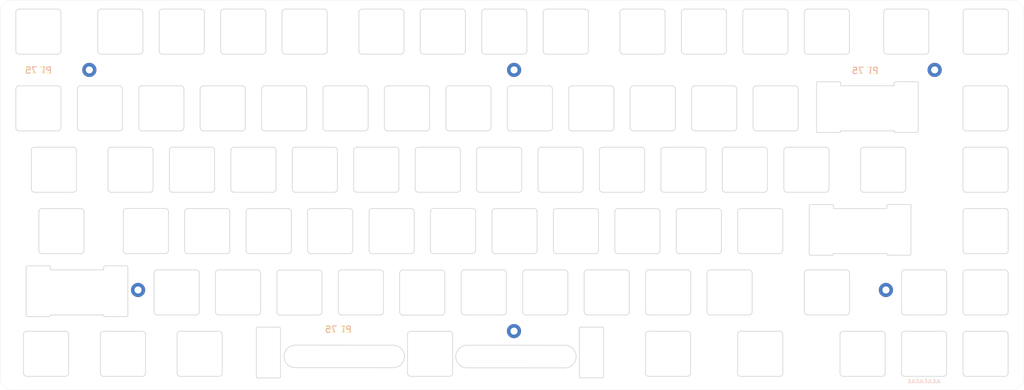
<source format=kicad_pcb>
(kicad_pcb (version 20171130) (host pcbnew "(5.1.10)-1")

  (general
    (thickness 1.6)
    (drawings 747)
    (tracks 0)
    (zones 0)
    (modules 6)
    (nets 1)
  )

  (page A4)
  (layers
    (0 F.Cu signal hide)
    (31 B.Cu signal hide)
    (32 B.Adhes user hide)
    (33 F.Adhes user hide)
    (34 B.Paste user hide)
    (35 F.Paste user hide)
    (36 B.SilkS user hide)
    (37 F.SilkS user hide)
    (38 B.Mask user)
    (39 F.Mask user)
    (40 Dwgs.User user)
    (41 Cmts.User user hide)
    (42 Eco1.User user hide)
    (43 Eco2.User user hide)
    (44 Edge.Cuts user)
    (45 Margin user hide)
    (46 B.CrtYd user hide)
    (47 F.CrtYd user hide)
    (48 B.Fab user hide)
    (49 F.Fab user hide)
  )

  (setup
    (last_trace_width 0.254)
    (trace_clearance 0.2)
    (zone_clearance 0.508)
    (zone_45_only no)
    (trace_min 0.2)
    (via_size 0.8)
    (via_drill 0.4)
    (via_min_size 0.4)
    (via_min_drill 0.3)
    (uvia_size 0.3)
    (uvia_drill 0.1)
    (uvias_allowed no)
    (uvia_min_size 0.2)
    (uvia_min_drill 0.1)
    (edge_width 0.05)
    (segment_width 0.2)
    (pcb_text_width 0.3)
    (pcb_text_size 1.5 1.5)
    (mod_edge_width 0.12)
    (mod_text_size 1 1)
    (mod_text_width 0.15)
    (pad_size 1.524 1.524)
    (pad_drill 0.762)
    (pad_to_mask_clearance 0)
    (aux_axis_origin 0 0)
    (visible_elements 7FFFE7FF)
    (pcbplotparams
      (layerselection 0x010f0_ffffffff)
      (usegerberextensions false)
      (usegerberattributes true)
      (usegerberadvancedattributes true)
      (creategerberjobfile true)
      (excludeedgelayer false)
      (linewidth 0.100000)
      (plotframeref false)
      (viasonmask false)
      (mode 1)
      (useauxorigin false)
      (hpglpennumber 1)
      (hpglpenspeed 20)
      (hpglpendiameter 15.000000)
      (psnegative false)
      (psa4output false)
      (plotreference true)
      (plotvalue true)
      (plotinvisibletext false)
      (padsonsilk false)
      (subtractmaskfromsilk false)
      (outputformat 1)
      (mirror false)
      (drillshape 0)
      (scaleselection 1)
      (outputdirectory "plate-gerber/"))
  )

  (net 0 "")

  (net_class Default "This is the default net class."
    (clearance 0.2)
    (trace_width 0.254)
    (via_dia 0.8)
    (via_drill 0.4)
    (uvia_dia 0.3)
    (uvia_drill 0.1)
  )

  (net_class Power ""
    (clearance 0.2)
    (trace_width 0.381)
    (via_dia 0.8)
    (via_drill 0.4)
    (uvia_dia 0.3)
    (uvia_drill 0.1)
  )

  (module cftkb:MountingHole_2.2mm_M2_Pad (layer F.Cu) (tedit 5CFB748D) (tstamp 609EE9F6)
    (at 143.5227 61.087)
    (descr "Mounting Hole 2.2mm, M2")
    (tags "mounting hole 2.2mm m2")
    (path /60B5BD82)
    (attr virtual)
    (fp_text reference H1 (at 0 -3.2) (layer Cmts.User)
      (effects (font (size 1 1) (thickness 0.15)))
    )
    (fp_text value MountingHole_Pad (at 0 3.2) (layer F.Fab)
      (effects (font (size 1 1) (thickness 0.15)))
    )
    (fp_circle (center 0 0) (end 2.2 0) (layer Cmts.User) (width 0.15))
    (fp_circle (center 0 0) (end 2.45 0) (layer F.CrtYd) (width 0.05))
    (fp_text user %R (at 0.3 0) (layer F.Fab)
      (effects (font (size 1 1) (thickness 0.15)))
    )
    (pad 1 thru_hole circle (at 0 0) (size 4.4 4.4) (drill 2.2) (layers *.Cu *.Mask))
  )

  (module cftkb:MountingHole_2.2mm_M2_Pad (layer F.Cu) (tedit 5CFB748D) (tstamp 60A1A5BF)
    (at 273.939 61.087)
    (descr "Mounting Hole 2.2mm, M2")
    (tags "mounting hole 2.2mm m2")
    (attr virtual)
    (fp_text reference REF** (at 0 -3.2) (layer Cmts.User)
      (effects (font (size 1 1) (thickness 0.15)))
    )
    (fp_text value MountingHole_2.2mm_M2_Pad (at 0 3.2) (layer F.Fab)
      (effects (font (size 1 1) (thickness 0.15)))
    )
    (fp_circle (center 0 0) (end 2.45 0) (layer F.CrtYd) (width 0.05))
    (fp_circle (center 0 0) (end 2.2 0) (layer Cmts.User) (width 0.15))
    (fp_text user %R (at 0.3 0) (layer F.Fab)
      (effects (font (size 1 1) (thickness 0.15)))
    )
    (pad 1 thru_hole circle (at 0 0) (size 4.4 4.4) (drill 2.2) (layers *.Cu *.Mask))
  )

  (module cftkb:MountingHole_2.2mm_M2_Pad (layer F.Cu) (tedit 5CFB748D) (tstamp 60A1A592)
    (at 11.811 61.087)
    (descr "Mounting Hole 2.2mm, M2")
    (tags "mounting hole 2.2mm m2")
    (attr virtual)
    (fp_text reference REF** (at 0 -3.2) (layer Cmts.User)
      (effects (font (size 1 1) (thickness 0.15)))
    )
    (fp_text value MountingHole_2.2mm_M2_Pad (at 0 3.2) (layer F.Fab)
      (effects (font (size 1 1) (thickness 0.15)))
    )
    (fp_circle (center 0 0) (end 2.45 0) (layer F.CrtYd) (width 0.05))
    (fp_circle (center 0 0) (end 2.2 0) (layer Cmts.User) (width 0.15))
    (fp_text user %R (at 0.3 0) (layer F.Fab)
      (effects (font (size 1 1) (thickness 0.15)))
    )
    (pad 1 thru_hole circle (at 0 0) (size 4.4 4.4) (drill 2.2) (layers *.Cu *.Mask))
  )

  (module cftkb:MountingHole_2.2mm_M2_Pad (layer F.Cu) (tedit 5CFB748D) (tstamp 609E1CFD)
    (at 143.4973 142.1892)
    (descr "Mounting Hole 2.2mm, M2")
    (tags "mounting hole 2.2mm m2")
    (attr virtual)
    (fp_text reference REF** (at 0 -3.2) (layer Cmts.User)
      (effects (font (size 1 1) (thickness 0.15)))
    )
    (fp_text value MountingHole_2.2mm_M2_Pad (at 0 3.2) (layer F.Fab)
      (effects (font (size 1 1) (thickness 0.15)))
    )
    (fp_circle (center 0 0) (end 2.45 0) (layer F.CrtYd) (width 0.05))
    (fp_circle (center 0 0) (end 2.2 0) (layer Cmts.User) (width 0.15))
    (fp_text user %R (at 0.3 0) (layer F.Fab)
      (effects (font (size 1 1) (thickness 0.15)))
    )
    (pad 1 thru_hole circle (at 0 0) (size 4.4 4.4) (drill 2.2) (layers *.Cu *.Mask))
  )

  (module cftkb:MountingHole_2.2mm_M2_Pad (layer F.Cu) (tedit 5CFB748D) (tstamp 60A08CC5)
    (at 258.826 129.413)
    (descr "Mounting Hole 2.2mm, M2")
    (tags "mounting hole 2.2mm m2")
    (attr virtual)
    (fp_text reference REF** (at 0 -3.2) (layer Cmts.User)
      (effects (font (size 1 1) (thickness 0.15)))
    )
    (fp_text value MountingHole_2.2mm_M2_Pad (at 0 3.2) (layer F.Fab)
      (effects (font (size 1 1) (thickness 0.15)))
    )
    (fp_circle (center 0 0) (end 2.45 0) (layer F.CrtYd) (width 0.05))
    (fp_circle (center 0 0) (end 2.2 0) (layer Cmts.User) (width 0.15))
    (fp_text user %R (at 0.3 0) (layer F.Fab)
      (effects (font (size 1 1) (thickness 0.15)))
    )
    (pad 1 thru_hole circle (at 0 0) (size 4.4 4.4) (drill 2.2) (layers *.Cu *.Mask))
  )

  (module cftkb:MountingHole_2.2mm_M2_Pad (layer F.Cu) (tedit 5CFB748D) (tstamp 60A08BF8)
    (at 26.924 129.413)
    (descr "Mounting Hole 2.2mm, M2")
    (tags "mounting hole 2.2mm m2")
    (attr virtual)
    (fp_text reference REF** (at 0 -3.2) (layer Cmts.User)
      (effects (font (size 1 1) (thickness 0.15)))
    )
    (fp_text value MountingHole_2.2mm_M2_Pad (at 0 3.2) (layer F.Fab)
      (effects (font (size 1 1) (thickness 0.15)))
    )
    (fp_circle (center 0 0) (end 2.45 0) (layer F.CrtYd) (width 0.05))
    (fp_circle (center 0 0) (end 2.2 0) (layer Cmts.User) (width 0.15))
    (fp_text user %R (at 0.3 0) (layer F.Fab)
      (effects (font (size 1 1) (thickness 0.15)))
    )
    (pad 1 thru_hole circle (at 0 0) (size 4.4 4.4) (drill 2.2) (layers *.Cu *.Mask))
  )

  (gr_line (start 301.625 43.2181) (end 301.625 156.6291) (layer Edge.Cuts) (width 0.05) (tstamp 60AE0395))
  (gr_line (start 297.815 39.4081) (end -12.0523 39.4081) (layer Edge.Cuts) (width 0.05) (tstamp 60AE037C))
  (gr_arc (start -12.0523 156.6291) (end -15.8623 156.6291) (angle -90) (layer Edge.Cuts) (width 0.05) (tstamp 60ADF855))
  (gr_arc (start 297.815 43.2181) (end 301.625 43.2181) (angle -90) (layer Edge.Cuts) (width 0.05) (tstamp 60ADF855))
  (gr_arc (start 297.815 156.6291) (end 297.815 160.4391) (angle -90) (layer Edge.Cuts) (width 0.05) (tstamp 60ADF855))
  (gr_arc (start -12.0523 43.2181) (end -12.0523 39.4081) (angle -90) (layer Edge.Cuts) (width 0.05))
  (gr_line (start -15.8623 43.2181) (end -15.8623 156.6291) (layer Edge.Cuts) (width 0.05) (tstamp 60ADF4FF))
  (gr_line (start 297.815 160.4391) (end -12.0523 160.4391) (layer Edge.Cuts) (width 0.05) (tstamp 60ADF495))
  (gr_text "Pi 75" (at -3.937 61.214) (layer B.SilkS) (tstamp 60A0957E)
    (effects (font (size 2 2) (thickness 0.3)) (justify mirror))
  )
  (gr_text JLCJLCJLCJLC (at 270.6624 157.7848) (layer B.SilkS)
    (effects (font (size 1 1) (thickness 0.15)) (justify mirror))
  )
  (gr_text "Pi 75" (at 252.4252 61.3664) (layer F.SilkS) (tstamp 609FE22F)
    (effects (font (size 2 2) (thickness 0.3)))
  )
  (gr_text "Pi 75" (at -3.9878 61.2394) (layer F.SilkS) (tstamp 609FE22F)
    (effects (font (size 2 2) (thickness 0.3)))
  )
  (gr_text "Pi 75" (at 89.027 141.7066) (layer F.SilkS) (tstamp 609FE229)
    (effects (font (size 2 2) (thickness 0.3)))
  )
  (gr_arc (start 4.4054 155.227301) (end 4.4054 156.227301) (angle -90) (layer Edge.Cuts) (width 0.2) (tstamp 609F790F))
  (gr_arc (start -7.5946 143.2273) (end -7.5946 142.2273) (angle -90) (layer Edge.Cuts) (width 0.2) (tstamp 609F790E))
  (gr_arc (start -7.5946 155.227301) (end -8.5946 155.227301) (angle -90) (layer Edge.Cuts) (width 0.2) (tstamp 609F790D))
  (gr_line (start -7.5946 142.227301) (end 4.4054 142.227301) (layer Edge.Cuts) (width 0.2) (tstamp 609F790C))
  (gr_line (start -8.5946 143.2273) (end -8.5946 155.227301) (layer Edge.Cuts) (width 0.2) (tstamp 609F790B))
  (gr_line (start -7.5946 156.2273) (end 4.4054 156.2273) (layer Edge.Cuts) (width 0.2) (tstamp 609F790A))
  (gr_arc (start 4.4054 143.2273) (end 5.4054 143.2273) (angle -90) (layer Edge.Cuts) (width 0.2) (tstamp 609F7909))
  (gr_line (start 5.4054 143.2273) (end 5.4054 155.227301) (layer Edge.Cuts) (width 0.2) (tstamp 609F7908))
  (gr_arc (start 28.2306 155.227301) (end 28.2306 156.227301) (angle -90) (layer Edge.Cuts) (width 0.2) (tstamp 609F790F))
  (gr_arc (start 16.2306 143.2273) (end 16.2306 142.2273) (angle -90) (layer Edge.Cuts) (width 0.2) (tstamp 609F790E))
  (gr_arc (start 16.2306 155.227301) (end 15.2306 155.227301) (angle -90) (layer Edge.Cuts) (width 0.2) (tstamp 609F790D))
  (gr_line (start 16.2306 142.227301) (end 28.2306 142.227301) (layer Edge.Cuts) (width 0.2) (tstamp 609F790C))
  (gr_line (start 15.2306 143.2273) (end 15.2306 155.227301) (layer Edge.Cuts) (width 0.2) (tstamp 609F790B))
  (gr_line (start 16.2306 156.2273) (end 28.2306 156.2273) (layer Edge.Cuts) (width 0.2) (tstamp 609F790A))
  (gr_arc (start 28.2306 143.2273) (end 29.2306 143.2273) (angle -90) (layer Edge.Cuts) (width 0.2) (tstamp 609F7909))
  (gr_line (start 29.2306 143.2273) (end 29.2306 155.227301) (layer Edge.Cuts) (width 0.2) (tstamp 609F7908))
  (gr_arc (start 52.0304 155.227301) (end 52.0304 156.227301) (angle -90) (layer Edge.Cuts) (width 0.2) (tstamp 609F790F))
  (gr_arc (start 40.0304 143.2273) (end 40.0304 142.2273) (angle -90) (layer Edge.Cuts) (width 0.2) (tstamp 609F790E))
  (gr_arc (start 40.0304 155.227301) (end 39.0304 155.227301) (angle -90) (layer Edge.Cuts) (width 0.2) (tstamp 609F790D))
  (gr_line (start 40.0304 142.227301) (end 52.0304 142.227301) (layer Edge.Cuts) (width 0.2) (tstamp 609F790C))
  (gr_line (start 39.0304 143.2273) (end 39.0304 155.227301) (layer Edge.Cuts) (width 0.2) (tstamp 609F790B))
  (gr_line (start 40.0304 156.2273) (end 52.0304 156.2273) (layer Edge.Cuts) (width 0.2) (tstamp 609F790A))
  (gr_arc (start 52.0304 143.2273) (end 53.0304 143.2273) (angle -90) (layer Edge.Cuts) (width 0.2) (tstamp 609F7909))
  (gr_line (start 53.0304 143.2273) (end 53.0304 155.227301) (layer Edge.Cuts) (width 0.2) (tstamp 609F7908))
  (gr_arc (start 123.4806 155.227301) (end 123.4806 156.227301) (angle -90) (layer Edge.Cuts) (width 0.2) (tstamp 609F790F))
  (gr_arc (start 111.4806 143.2273) (end 111.4806 142.2273) (angle -90) (layer Edge.Cuts) (width 0.2) (tstamp 609F790E))
  (gr_arc (start 111.4806 155.227301) (end 110.4806 155.227301) (angle -90) (layer Edge.Cuts) (width 0.2) (tstamp 609F790D))
  (gr_line (start 111.4806 142.227301) (end 123.4806 142.227301) (layer Edge.Cuts) (width 0.2) (tstamp 609F790C))
  (gr_line (start 110.4806 143.2273) (end 110.4806 155.227301) (layer Edge.Cuts) (width 0.2) (tstamp 609F790B))
  (gr_line (start 111.4806 156.2273) (end 123.4806 156.2273) (layer Edge.Cuts) (width 0.2) (tstamp 609F790A))
  (gr_arc (start 123.4806 143.2273) (end 124.4806 143.2273) (angle -90) (layer Edge.Cuts) (width 0.2) (tstamp 609F7909))
  (gr_line (start 124.4806 143.2273) (end 124.4806 155.227301) (layer Edge.Cuts) (width 0.2) (tstamp 609F7908))
  (gr_arc (start 197.2676 155.227301) (end 197.2676 156.227301) (angle -90) (layer Edge.Cuts) (width 0.2) (tstamp 609F790F))
  (gr_arc (start 185.2676 143.2273) (end 185.2676 142.2273) (angle -90) (layer Edge.Cuts) (width 0.2) (tstamp 609F790E))
  (gr_arc (start 185.2676 155.227301) (end 184.2676 155.227301) (angle -90) (layer Edge.Cuts) (width 0.2) (tstamp 609F790D))
  (gr_line (start 185.2676 142.227301) (end 197.2676 142.227301) (layer Edge.Cuts) (width 0.2) (tstamp 609F790C))
  (gr_line (start 184.2676 143.2273) (end 184.2676 155.227301) (layer Edge.Cuts) (width 0.2) (tstamp 609F790B))
  (gr_line (start 185.2676 156.2273) (end 197.2676 156.2273) (layer Edge.Cuts) (width 0.2) (tstamp 609F790A))
  (gr_arc (start 197.2676 143.2273) (end 198.2676 143.2273) (angle -90) (layer Edge.Cuts) (width 0.2) (tstamp 609F7909))
  (gr_line (start 198.2676 143.2273) (end 198.2676 155.227301) (layer Edge.Cuts) (width 0.2) (tstamp 609F7908))
  (gr_arc (start 225.8426 155.227301) (end 225.8426 156.227301) (angle -90) (layer Edge.Cuts) (width 0.2) (tstamp 609F790F))
  (gr_arc (start 213.8426 143.2273) (end 213.8426 142.2273) (angle -90) (layer Edge.Cuts) (width 0.2) (tstamp 609F790E))
  (gr_arc (start 213.8426 155.227301) (end 212.8426 155.227301) (angle -90) (layer Edge.Cuts) (width 0.2) (tstamp 609F790D))
  (gr_line (start 213.8426 142.227301) (end 225.8426 142.227301) (layer Edge.Cuts) (width 0.2) (tstamp 609F790C))
  (gr_line (start 212.8426 143.2273) (end 212.8426 155.227301) (layer Edge.Cuts) (width 0.2) (tstamp 609F790B))
  (gr_line (start 213.8426 156.2273) (end 225.8426 156.2273) (layer Edge.Cuts) (width 0.2) (tstamp 609F790A))
  (gr_arc (start 225.8426 143.2273) (end 226.8426 143.2273) (angle -90) (layer Edge.Cuts) (width 0.2) (tstamp 609F7909))
  (gr_line (start 226.8426 143.2273) (end 226.8426 155.227301) (layer Edge.Cuts) (width 0.2) (tstamp 609F7908))
  (gr_arc (start 257.5926 155.227301) (end 257.5926 156.227301) (angle -90) (layer Edge.Cuts) (width 0.2) (tstamp 609F790F))
  (gr_arc (start 245.5926 143.2273) (end 245.5926 142.2273) (angle -90) (layer Edge.Cuts) (width 0.2) (tstamp 609F790E))
  (gr_arc (start 245.5926 155.227301) (end 244.5926 155.227301) (angle -90) (layer Edge.Cuts) (width 0.2) (tstamp 609F790D))
  (gr_line (start 245.5926 142.227301) (end 257.5926 142.227301) (layer Edge.Cuts) (width 0.2) (tstamp 609F790C))
  (gr_line (start 244.5926 143.2273) (end 244.5926 155.227301) (layer Edge.Cuts) (width 0.2) (tstamp 609F790B))
  (gr_line (start 245.5926 156.2273) (end 257.5926 156.2273) (layer Edge.Cuts) (width 0.2) (tstamp 609F790A))
  (gr_arc (start 257.5926 143.2273) (end 258.5926 143.2273) (angle -90) (layer Edge.Cuts) (width 0.2) (tstamp 609F7909))
  (gr_line (start 258.5926 143.2273) (end 258.5926 155.227301) (layer Edge.Cuts) (width 0.2) (tstamp 609F7908))
  (gr_arc (start 276.6426 155.227301) (end 276.6426 156.227301) (angle -90) (layer Edge.Cuts) (width 0.2) (tstamp 609F790F))
  (gr_arc (start 264.6426 143.2273) (end 264.6426 142.2273) (angle -90) (layer Edge.Cuts) (width 0.2) (tstamp 609F790E))
  (gr_arc (start 264.6426 155.227301) (end 263.6426 155.227301) (angle -90) (layer Edge.Cuts) (width 0.2) (tstamp 609F790D))
  (gr_line (start 264.6426 142.227301) (end 276.6426 142.227301) (layer Edge.Cuts) (width 0.2) (tstamp 609F790C))
  (gr_line (start 263.6426 143.2273) (end 263.6426 155.227301) (layer Edge.Cuts) (width 0.2) (tstamp 609F790B))
  (gr_line (start 264.6426 156.2273) (end 276.6426 156.2273) (layer Edge.Cuts) (width 0.2) (tstamp 609F790A))
  (gr_arc (start 276.6426 143.2273) (end 277.6426 143.2273) (angle -90) (layer Edge.Cuts) (width 0.2) (tstamp 609F7909))
  (gr_line (start 277.6426 143.2273) (end 277.6426 155.227301) (layer Edge.Cuts) (width 0.2) (tstamp 609F7908))
  (gr_arc (start 295.718 155.227301) (end 295.718 156.227301) (angle -90) (layer Edge.Cuts) (width 0.2) (tstamp 609F790F))
  (gr_arc (start 283.718 143.2273) (end 283.718 142.2273) (angle -90) (layer Edge.Cuts) (width 0.2) (tstamp 609F790E))
  (gr_arc (start 283.718 155.227301) (end 282.718 155.227301) (angle -90) (layer Edge.Cuts) (width 0.2) (tstamp 609F790D))
  (gr_line (start 283.718 142.227301) (end 295.718 142.227301) (layer Edge.Cuts) (width 0.2) (tstamp 609F790C))
  (gr_line (start 282.718 143.2273) (end 282.718 155.227301) (layer Edge.Cuts) (width 0.2) (tstamp 609F790B))
  (gr_line (start 283.718 156.2273) (end 295.718 156.2273) (layer Edge.Cuts) (width 0.2) (tstamp 609F790A))
  (gr_arc (start 295.718 143.2273) (end 296.718 143.2273) (angle -90) (layer Edge.Cuts) (width 0.2) (tstamp 609F7909))
  (gr_line (start 296.718 143.2273) (end 296.718 155.227301) (layer Edge.Cuts) (width 0.2) (tstamp 609F7908))
  (gr_arc (start 295.718 136.177301) (end 295.718 137.177301) (angle -90) (layer Edge.Cuts) (width 0.2) (tstamp 609F790F))
  (gr_arc (start 283.718 124.1773) (end 283.718 123.1773) (angle -90) (layer Edge.Cuts) (width 0.2) (tstamp 609F790E))
  (gr_arc (start 283.718 136.177301) (end 282.718 136.177301) (angle -90) (layer Edge.Cuts) (width 0.2) (tstamp 609F790D))
  (gr_line (start 283.718 123.177301) (end 295.718 123.177301) (layer Edge.Cuts) (width 0.2) (tstamp 609F790C))
  (gr_line (start 282.718 124.1773) (end 282.718 136.177301) (layer Edge.Cuts) (width 0.2) (tstamp 609F790B))
  (gr_line (start 283.718 137.1773) (end 295.718 137.1773) (layer Edge.Cuts) (width 0.2) (tstamp 609F790A))
  (gr_arc (start 295.718 124.1773) (end 296.718 124.1773) (angle -90) (layer Edge.Cuts) (width 0.2) (tstamp 609F7909))
  (gr_line (start 296.718 124.1773) (end 296.718 136.177301) (layer Edge.Cuts) (width 0.2) (tstamp 609F7908))
  (gr_arc (start 276.668 136.177301) (end 276.668 137.177301) (angle -90) (layer Edge.Cuts) (width 0.2) (tstamp 609F790F))
  (gr_arc (start 264.668 124.1773) (end 264.668 123.1773) (angle -90) (layer Edge.Cuts) (width 0.2) (tstamp 609F790E))
  (gr_arc (start 264.668 136.177301) (end 263.668 136.177301) (angle -90) (layer Edge.Cuts) (width 0.2) (tstamp 609F790D))
  (gr_line (start 264.668 123.177301) (end 276.668 123.177301) (layer Edge.Cuts) (width 0.2) (tstamp 609F790C))
  (gr_line (start 263.668 124.1773) (end 263.668 136.177301) (layer Edge.Cuts) (width 0.2) (tstamp 609F790B))
  (gr_line (start 264.668 137.1773) (end 276.668 137.1773) (layer Edge.Cuts) (width 0.2) (tstamp 609F790A))
  (gr_arc (start 276.668 124.1773) (end 277.668 124.1773) (angle -90) (layer Edge.Cuts) (width 0.2) (tstamp 609F7909))
  (gr_line (start 277.668 124.1773) (end 277.668 136.177301) (layer Edge.Cuts) (width 0.2) (tstamp 609F7908))
  (gr_arc (start 246.5182 136.177301) (end 246.5182 137.177301) (angle -90) (layer Edge.Cuts) (width 0.2) (tstamp 609F790F))
  (gr_arc (start 234.5182 124.1773) (end 234.5182 123.1773) (angle -90) (layer Edge.Cuts) (width 0.2) (tstamp 609F790E))
  (gr_arc (start 234.5182 136.177301) (end 233.5182 136.177301) (angle -90) (layer Edge.Cuts) (width 0.2) (tstamp 609F790D))
  (gr_line (start 234.5182 123.177301) (end 246.5182 123.177301) (layer Edge.Cuts) (width 0.2) (tstamp 609F790C))
  (gr_line (start 233.5182 124.1773) (end 233.5182 136.177301) (layer Edge.Cuts) (width 0.2) (tstamp 609F790B))
  (gr_line (start 234.5182 137.1773) (end 246.5182 137.1773) (layer Edge.Cuts) (width 0.2) (tstamp 609F790A))
  (gr_arc (start 246.5182 124.1773) (end 247.5182 124.1773) (angle -90) (layer Edge.Cuts) (width 0.2) (tstamp 609F7909))
  (gr_line (start 247.5182 124.1773) (end 247.5182 136.177301) (layer Edge.Cuts) (width 0.2) (tstamp 609F7908))
  (gr_arc (start 216.343 136.177301) (end 216.343 137.177301) (angle -90) (layer Edge.Cuts) (width 0.2) (tstamp 609F790F))
  (gr_arc (start 204.343 124.1773) (end 204.343 123.1773) (angle -90) (layer Edge.Cuts) (width 0.2) (tstamp 609F790E))
  (gr_arc (start 204.343 136.177301) (end 203.343 136.177301) (angle -90) (layer Edge.Cuts) (width 0.2) (tstamp 609F790D))
  (gr_line (start 204.343 123.177301) (end 216.343 123.177301) (layer Edge.Cuts) (width 0.2) (tstamp 609F790C))
  (gr_line (start 203.343 124.1773) (end 203.343 136.177301) (layer Edge.Cuts) (width 0.2) (tstamp 609F790B))
  (gr_line (start 204.343 137.1773) (end 216.343 137.1773) (layer Edge.Cuts) (width 0.2) (tstamp 609F790A))
  (gr_arc (start 216.343 124.1773) (end 217.343 124.1773) (angle -90) (layer Edge.Cuts) (width 0.2) (tstamp 609F7909))
  (gr_line (start 217.343 124.1773) (end 217.343 136.177301) (layer Edge.Cuts) (width 0.2) (tstamp 609F7908))
  (gr_arc (start 197.293 136.177301) (end 197.293 137.177301) (angle -90) (layer Edge.Cuts) (width 0.2) (tstamp 609F790F))
  (gr_arc (start 185.293 124.1773) (end 185.293 123.1773) (angle -90) (layer Edge.Cuts) (width 0.2) (tstamp 609F790E))
  (gr_arc (start 185.293 136.177301) (end 184.293 136.177301) (angle -90) (layer Edge.Cuts) (width 0.2) (tstamp 609F790D))
  (gr_line (start 185.293 123.177301) (end 197.293 123.177301) (layer Edge.Cuts) (width 0.2) (tstamp 609F790C))
  (gr_line (start 184.293 124.1773) (end 184.293 136.177301) (layer Edge.Cuts) (width 0.2) (tstamp 609F790B))
  (gr_line (start 185.293 137.1773) (end 197.293 137.1773) (layer Edge.Cuts) (width 0.2) (tstamp 609F790A))
  (gr_arc (start 197.293 124.1773) (end 198.293 124.1773) (angle -90) (layer Edge.Cuts) (width 0.2) (tstamp 609F7909))
  (gr_line (start 198.293 124.1773) (end 198.293 136.177301) (layer Edge.Cuts) (width 0.2) (tstamp 609F7908))
  (gr_arc (start 178.243 136.177301) (end 178.243 137.177301) (angle -90) (layer Edge.Cuts) (width 0.2) (tstamp 609F790F))
  (gr_arc (start 166.243 124.1773) (end 166.243 123.1773) (angle -90) (layer Edge.Cuts) (width 0.2) (tstamp 609F790E))
  (gr_arc (start 166.243 136.177301) (end 165.243 136.177301) (angle -90) (layer Edge.Cuts) (width 0.2) (tstamp 609F790D))
  (gr_line (start 166.243 123.177301) (end 178.243 123.177301) (layer Edge.Cuts) (width 0.2) (tstamp 609F790C))
  (gr_line (start 165.243 124.1773) (end 165.243 136.177301) (layer Edge.Cuts) (width 0.2) (tstamp 609F790B))
  (gr_line (start 166.243 137.1773) (end 178.243 137.1773) (layer Edge.Cuts) (width 0.2) (tstamp 609F790A))
  (gr_arc (start 178.243 124.1773) (end 179.243 124.1773) (angle -90) (layer Edge.Cuts) (width 0.2) (tstamp 609F7909))
  (gr_line (start 179.243 124.1773) (end 179.243 136.177301) (layer Edge.Cuts) (width 0.2) (tstamp 609F7908))
  (gr_arc (start 159.193 136.177301) (end 159.193 137.177301) (angle -90) (layer Edge.Cuts) (width 0.2) (tstamp 609F790F))
  (gr_arc (start 147.193 124.1773) (end 147.193 123.1773) (angle -90) (layer Edge.Cuts) (width 0.2) (tstamp 609F790E))
  (gr_arc (start 147.193 136.177301) (end 146.193 136.177301) (angle -90) (layer Edge.Cuts) (width 0.2) (tstamp 609F790D))
  (gr_line (start 147.193 123.177301) (end 159.193 123.177301) (layer Edge.Cuts) (width 0.2) (tstamp 609F790C))
  (gr_line (start 146.193 124.1773) (end 146.193 136.177301) (layer Edge.Cuts) (width 0.2) (tstamp 609F790B))
  (gr_line (start 147.193 137.1773) (end 159.193 137.1773) (layer Edge.Cuts) (width 0.2) (tstamp 609F790A))
  (gr_arc (start 159.193 124.1773) (end 160.193 124.1773) (angle -90) (layer Edge.Cuts) (width 0.2) (tstamp 609F7909))
  (gr_line (start 160.193 124.1773) (end 160.193 136.177301) (layer Edge.Cuts) (width 0.2) (tstamp 609F7908))
  (gr_arc (start 140.1176 136.177301) (end 140.1176 137.177301) (angle -90) (layer Edge.Cuts) (width 0.2) (tstamp 609F790F))
  (gr_arc (start 128.1176 124.1773) (end 128.1176 123.1773) (angle -90) (layer Edge.Cuts) (width 0.2) (tstamp 609F790E))
  (gr_arc (start 128.1176 136.177301) (end 127.1176 136.177301) (angle -90) (layer Edge.Cuts) (width 0.2) (tstamp 609F790D))
  (gr_line (start 128.1176 123.177301) (end 140.1176 123.177301) (layer Edge.Cuts) (width 0.2) (tstamp 609F790C))
  (gr_line (start 127.1176 124.1773) (end 127.1176 136.177301) (layer Edge.Cuts) (width 0.2) (tstamp 609F790B))
  (gr_line (start 128.1176 137.1773) (end 140.1176 137.1773) (layer Edge.Cuts) (width 0.2) (tstamp 609F790A))
  (gr_arc (start 140.1176 124.1773) (end 141.1176 124.1773) (angle -90) (layer Edge.Cuts) (width 0.2) (tstamp 609F7909))
  (gr_line (start 141.1176 124.1773) (end 141.1176 136.177301) (layer Edge.Cuts) (width 0.2) (tstamp 609F7908))
  (gr_arc (start 102.0176 136.177301) (end 102.0176 137.177301) (angle -90) (layer Edge.Cuts) (width 0.2) (tstamp 609F790F))
  (gr_arc (start 90.0176 124.1773) (end 90.0176 123.1773) (angle -90) (layer Edge.Cuts) (width 0.2) (tstamp 609F790E))
  (gr_arc (start 90.0176 136.177301) (end 89.0176 136.177301) (angle -90) (layer Edge.Cuts) (width 0.2) (tstamp 609F790D))
  (gr_line (start 90.0176 123.177301) (end 102.0176 123.177301) (layer Edge.Cuts) (width 0.2) (tstamp 609F790C))
  (gr_line (start 89.0176 124.1773) (end 89.0176 136.177301) (layer Edge.Cuts) (width 0.2) (tstamp 609F790B))
  (gr_line (start 90.0176 137.1773) (end 102.0176 137.1773) (layer Edge.Cuts) (width 0.2) (tstamp 609F790A))
  (gr_arc (start 102.0176 124.1773) (end 103.0176 124.1773) (angle -90) (layer Edge.Cuts) (width 0.2) (tstamp 609F7909))
  (gr_line (start 103.0176 124.1773) (end 103.0176 136.177301) (layer Edge.Cuts) (width 0.2) (tstamp 609F7908))
  (gr_arc (start 82.9676 136.202701) (end 82.9676 137.202701) (angle -90) (layer Edge.Cuts) (width 0.2) (tstamp 609F790F))
  (gr_arc (start 70.9676 124.2027) (end 70.9676 123.2027) (angle -90) (layer Edge.Cuts) (width 0.2) (tstamp 609F790E))
  (gr_arc (start 70.9676 136.202701) (end 69.9676 136.202701) (angle -90) (layer Edge.Cuts) (width 0.2) (tstamp 609F790D))
  (gr_line (start 70.9676 123.202701) (end 82.9676 123.202701) (layer Edge.Cuts) (width 0.2) (tstamp 609F790C))
  (gr_line (start 69.9676 124.2027) (end 69.9676 136.202701) (layer Edge.Cuts) (width 0.2) (tstamp 609F790B))
  (gr_line (start 70.9676 137.2027) (end 82.9676 137.2027) (layer Edge.Cuts) (width 0.2) (tstamp 609F790A))
  (gr_arc (start 82.9676 124.2027) (end 83.9676 124.2027) (angle -90) (layer Edge.Cuts) (width 0.2) (tstamp 609F7909))
  (gr_line (start 83.9676 124.2027) (end 83.9676 136.202701) (layer Edge.Cuts) (width 0.2) (tstamp 609F7908))
  (gr_arc (start 63.9176 136.177301) (end 63.9176 137.177301) (angle -90) (layer Edge.Cuts) (width 0.2) (tstamp 609F790F))
  (gr_arc (start 51.9176 124.1773) (end 51.9176 123.1773) (angle -90) (layer Edge.Cuts) (width 0.2) (tstamp 609F790E))
  (gr_arc (start 51.9176 136.177301) (end 50.9176 136.177301) (angle -90) (layer Edge.Cuts) (width 0.2) (tstamp 609F790D))
  (gr_line (start 51.9176 123.177301) (end 63.9176 123.177301) (layer Edge.Cuts) (width 0.2) (tstamp 609F790C))
  (gr_line (start 50.9176 124.1773) (end 50.9176 136.177301) (layer Edge.Cuts) (width 0.2) (tstamp 609F790B))
  (gr_line (start 51.9176 137.1773) (end 63.9176 137.1773) (layer Edge.Cuts) (width 0.2) (tstamp 609F790A))
  (gr_arc (start 63.9176 124.1773) (end 64.9176 124.1773) (angle -90) (layer Edge.Cuts) (width 0.2) (tstamp 609F7909))
  (gr_line (start 64.9176 124.1773) (end 64.9176 136.177301) (layer Edge.Cuts) (width 0.2) (tstamp 609F7908))
  (gr_arc (start 44.893 136.177301) (end 44.893 137.177301) (angle -90) (layer Edge.Cuts) (width 0.2) (tstamp 609F790F))
  (gr_arc (start 32.893 124.1773) (end 32.893 123.1773) (angle -90) (layer Edge.Cuts) (width 0.2) (tstamp 609F790E))
  (gr_arc (start 32.893 136.177301) (end 31.893 136.177301) (angle -90) (layer Edge.Cuts) (width 0.2) (tstamp 609F790D))
  (gr_line (start 32.893 123.177301) (end 44.893 123.177301) (layer Edge.Cuts) (width 0.2) (tstamp 609F790C))
  (gr_line (start 31.893 124.1773) (end 31.893 136.177301) (layer Edge.Cuts) (width 0.2) (tstamp 609F790B))
  (gr_line (start 32.893 137.1773) (end 44.893 137.1773) (layer Edge.Cuts) (width 0.2) (tstamp 609F790A))
  (gr_arc (start 44.893 124.1773) (end 45.893 124.1773) (angle -90) (layer Edge.Cuts) (width 0.2) (tstamp 609F7909))
  (gr_line (start 45.893 124.1773) (end 45.893 136.177301) (layer Edge.Cuts) (width 0.2) (tstamp 609F7908))
  (gr_arc (start 9.1552 117.127301) (end 9.1552 118.127301) (angle -90) (layer Edge.Cuts) (width 0.2) (tstamp 609F790F))
  (gr_arc (start -2.8448 105.1273) (end -2.8448 104.1273) (angle -90) (layer Edge.Cuts) (width 0.2) (tstamp 609F790E))
  (gr_arc (start -2.8448 117.127301) (end -3.8448 117.127301) (angle -90) (layer Edge.Cuts) (width 0.2) (tstamp 609F790D))
  (gr_line (start -2.8448 104.127301) (end 9.1552 104.127301) (layer Edge.Cuts) (width 0.2) (tstamp 609F790C))
  (gr_line (start -3.8448 105.1273) (end -3.8448 117.127301) (layer Edge.Cuts) (width 0.2) (tstamp 609F790B))
  (gr_line (start -2.8448 118.1273) (end 9.1552 118.1273) (layer Edge.Cuts) (width 0.2) (tstamp 609F790A))
  (gr_arc (start 9.1552 105.1273) (end 10.1552 105.1273) (angle -90) (layer Edge.Cuts) (width 0.2) (tstamp 609F7909))
  (gr_line (start 10.1552 105.1273) (end 10.1552 117.127301) (layer Edge.Cuts) (width 0.2) (tstamp 609F7908))
  (gr_arc (start 35.3426 117.101901) (end 35.3426 118.101901) (angle -90) (layer Edge.Cuts) (width 0.2) (tstamp 609F790F))
  (gr_arc (start 23.3426 105.1019) (end 23.3426 104.1019) (angle -90) (layer Edge.Cuts) (width 0.2) (tstamp 609F790E))
  (gr_arc (start 23.3426 117.101901) (end 22.3426 117.101901) (angle -90) (layer Edge.Cuts) (width 0.2) (tstamp 609F790D))
  (gr_line (start 23.3426 104.101901) (end 35.3426 104.101901) (layer Edge.Cuts) (width 0.2) (tstamp 609F790C))
  (gr_line (start 22.3426 105.1019) (end 22.3426 117.101901) (layer Edge.Cuts) (width 0.2) (tstamp 609F790B))
  (gr_line (start 23.3426 118.1019) (end 35.3426 118.1019) (layer Edge.Cuts) (width 0.2) (tstamp 609F790A))
  (gr_arc (start 35.3426 105.1019) (end 36.3426 105.1019) (angle -90) (layer Edge.Cuts) (width 0.2) (tstamp 609F7909))
  (gr_line (start 36.3426 105.1019) (end 36.3426 117.101901) (layer Edge.Cuts) (width 0.2) (tstamp 609F7908))
  (gr_arc (start 54.3672 117.127301) (end 54.3672 118.127301) (angle -90) (layer Edge.Cuts) (width 0.2) (tstamp 609F790F))
  (gr_arc (start 42.3672 105.1273) (end 42.3672 104.1273) (angle -90) (layer Edge.Cuts) (width 0.2) (tstamp 609F790E))
  (gr_arc (start 42.3672 117.127301) (end 41.3672 117.127301) (angle -90) (layer Edge.Cuts) (width 0.2) (tstamp 609F790D))
  (gr_line (start 42.3672 104.127301) (end 54.3672 104.127301) (layer Edge.Cuts) (width 0.2) (tstamp 609F790C))
  (gr_line (start 41.3672 105.1273) (end 41.3672 117.127301) (layer Edge.Cuts) (width 0.2) (tstamp 609F790B))
  (gr_line (start 42.3672 118.1273) (end 54.3672 118.1273) (layer Edge.Cuts) (width 0.2) (tstamp 609F790A))
  (gr_arc (start 54.3672 105.1273) (end 55.3672 105.1273) (angle -90) (layer Edge.Cuts) (width 0.2) (tstamp 609F7909))
  (gr_line (start 55.3672 105.1273) (end 55.3672 117.127301) (layer Edge.Cuts) (width 0.2) (tstamp 609F7908))
  (gr_arc (start 73.4426 117.127301) (end 73.4426 118.127301) (angle -90) (layer Edge.Cuts) (width 0.2) (tstamp 609F790F))
  (gr_arc (start 61.4426 105.1273) (end 61.4426 104.1273) (angle -90) (layer Edge.Cuts) (width 0.2) (tstamp 609F790E))
  (gr_arc (start 61.4426 117.127301) (end 60.4426 117.127301) (angle -90) (layer Edge.Cuts) (width 0.2) (tstamp 609F790D))
  (gr_line (start 61.4426 104.127301) (end 73.4426 104.127301) (layer Edge.Cuts) (width 0.2) (tstamp 609F790C))
  (gr_line (start 60.4426 105.1273) (end 60.4426 117.127301) (layer Edge.Cuts) (width 0.2) (tstamp 609F790B))
  (gr_line (start 61.4426 118.1273) (end 73.4426 118.1273) (layer Edge.Cuts) (width 0.2) (tstamp 609F790A))
  (gr_arc (start 73.4426 105.1273) (end 74.4426 105.1273) (angle -90) (layer Edge.Cuts) (width 0.2) (tstamp 609F7909))
  (gr_line (start 74.4426 105.1273) (end 74.4426 117.127301) (layer Edge.Cuts) (width 0.2) (tstamp 609F7908))
  (gr_arc (start 92.4926 117.127301) (end 92.4926 118.127301) (angle -90) (layer Edge.Cuts) (width 0.2) (tstamp 609F790F))
  (gr_arc (start 80.4926 105.1273) (end 80.4926 104.1273) (angle -90) (layer Edge.Cuts) (width 0.2) (tstamp 609F790E))
  (gr_arc (start 80.4926 117.127301) (end 79.4926 117.127301) (angle -90) (layer Edge.Cuts) (width 0.2) (tstamp 609F790D))
  (gr_line (start 80.4926 104.127301) (end 92.4926 104.127301) (layer Edge.Cuts) (width 0.2) (tstamp 609F790C))
  (gr_line (start 79.4926 105.1273) (end 79.4926 117.127301) (layer Edge.Cuts) (width 0.2) (tstamp 609F790B))
  (gr_line (start 80.4926 118.1273) (end 92.4926 118.1273) (layer Edge.Cuts) (width 0.2) (tstamp 609F790A))
  (gr_arc (start 92.4926 105.1273) (end 93.4926 105.1273) (angle -90) (layer Edge.Cuts) (width 0.2) (tstamp 609F7909))
  (gr_line (start 93.4926 105.1273) (end 93.4926 117.127301) (layer Edge.Cuts) (width 0.2) (tstamp 609F7908))
  (gr_arc (start 111.568 117.127301) (end 111.568 118.127301) (angle -90) (layer Edge.Cuts) (width 0.2) (tstamp 609F790F))
  (gr_arc (start 99.568 105.1273) (end 99.568 104.1273) (angle -90) (layer Edge.Cuts) (width 0.2) (tstamp 609F790E))
  (gr_arc (start 99.568 117.127301) (end 98.568 117.127301) (angle -90) (layer Edge.Cuts) (width 0.2) (tstamp 609F790D))
  (gr_line (start 99.568 104.127301) (end 111.568 104.127301) (layer Edge.Cuts) (width 0.2) (tstamp 609F790C))
  (gr_line (start 98.568 105.1273) (end 98.568 117.127301) (layer Edge.Cuts) (width 0.2) (tstamp 609F790B))
  (gr_line (start 99.568 118.1273) (end 111.568 118.1273) (layer Edge.Cuts) (width 0.2) (tstamp 609F790A))
  (gr_arc (start 111.568 105.1273) (end 112.568 105.1273) (angle -90) (layer Edge.Cuts) (width 0.2) (tstamp 609F7909))
  (gr_line (start 112.568 105.1273) (end 112.568 117.127301) (layer Edge.Cuts) (width 0.2) (tstamp 609F7908))
  (gr_arc (start 130.5926 117.101901) (end 130.5926 118.101901) (angle -90) (layer Edge.Cuts) (width 0.2) (tstamp 609F790F))
  (gr_arc (start 118.5926 105.1019) (end 118.5926 104.1019) (angle -90) (layer Edge.Cuts) (width 0.2) (tstamp 609F790E))
  (gr_arc (start 118.5926 117.101901) (end 117.5926 117.101901) (angle -90) (layer Edge.Cuts) (width 0.2) (tstamp 609F790D))
  (gr_line (start 118.5926 104.101901) (end 130.5926 104.101901) (layer Edge.Cuts) (width 0.2) (tstamp 609F790C))
  (gr_line (start 117.5926 105.1019) (end 117.5926 117.101901) (layer Edge.Cuts) (width 0.2) (tstamp 609F790B))
  (gr_line (start 118.5926 118.1019) (end 130.5926 118.1019) (layer Edge.Cuts) (width 0.2) (tstamp 609F790A))
  (gr_arc (start 130.5926 105.1019) (end 131.5926 105.1019) (angle -90) (layer Edge.Cuts) (width 0.2) (tstamp 609F7909))
  (gr_line (start 131.5926 105.1019) (end 131.5926 117.101901) (layer Edge.Cuts) (width 0.2) (tstamp 609F7908))
  (gr_arc (start 149.668 117.127301) (end 149.668 118.127301) (angle -90) (layer Edge.Cuts) (width 0.2) (tstamp 609F790F))
  (gr_arc (start 137.668 105.1273) (end 137.668 104.1273) (angle -90) (layer Edge.Cuts) (width 0.2) (tstamp 609F790E))
  (gr_arc (start 137.668 117.127301) (end 136.668 117.127301) (angle -90) (layer Edge.Cuts) (width 0.2) (tstamp 609F790D))
  (gr_line (start 137.668 104.127301) (end 149.668 104.127301) (layer Edge.Cuts) (width 0.2) (tstamp 609F790C))
  (gr_line (start 136.668 105.1273) (end 136.668 117.127301) (layer Edge.Cuts) (width 0.2) (tstamp 609F790B))
  (gr_line (start 137.668 118.1273) (end 149.668 118.1273) (layer Edge.Cuts) (width 0.2) (tstamp 609F790A))
  (gr_arc (start 149.668 105.1273) (end 150.668 105.1273) (angle -90) (layer Edge.Cuts) (width 0.2) (tstamp 609F7909))
  (gr_line (start 150.668 105.1273) (end 150.668 117.127301) (layer Edge.Cuts) (width 0.2) (tstamp 609F7908))
  (gr_arc (start 168.6926 117.127301) (end 168.6926 118.127301) (angle -90) (layer Edge.Cuts) (width 0.2) (tstamp 609F790F))
  (gr_arc (start 156.6926 105.1273) (end 156.6926 104.1273) (angle -90) (layer Edge.Cuts) (width 0.2) (tstamp 609F790E))
  (gr_arc (start 156.6926 117.127301) (end 155.6926 117.127301) (angle -90) (layer Edge.Cuts) (width 0.2) (tstamp 609F790D))
  (gr_line (start 156.6926 104.127301) (end 168.6926 104.127301) (layer Edge.Cuts) (width 0.2) (tstamp 609F790C))
  (gr_line (start 155.6926 105.1273) (end 155.6926 117.127301) (layer Edge.Cuts) (width 0.2) (tstamp 609F790B))
  (gr_line (start 156.6926 118.1273) (end 168.6926 118.1273) (layer Edge.Cuts) (width 0.2) (tstamp 609F790A))
  (gr_arc (start 168.6926 105.1273) (end 169.6926 105.1273) (angle -90) (layer Edge.Cuts) (width 0.2) (tstamp 609F7909))
  (gr_line (start 169.6926 105.1273) (end 169.6926 117.127301) (layer Edge.Cuts) (width 0.2) (tstamp 609F7908))
  (gr_arc (start 187.768 117.127301) (end 187.768 118.127301) (angle -90) (layer Edge.Cuts) (width 0.2) (tstamp 609F790F))
  (gr_arc (start 175.768 105.1273) (end 175.768 104.1273) (angle -90) (layer Edge.Cuts) (width 0.2) (tstamp 609F790E))
  (gr_arc (start 175.768 117.127301) (end 174.768 117.127301) (angle -90) (layer Edge.Cuts) (width 0.2) (tstamp 609F790D))
  (gr_line (start 175.768 104.127301) (end 187.768 104.127301) (layer Edge.Cuts) (width 0.2) (tstamp 609F790C))
  (gr_line (start 174.768 105.1273) (end 174.768 117.127301) (layer Edge.Cuts) (width 0.2) (tstamp 609F790B))
  (gr_line (start 175.768 118.1273) (end 187.768 118.1273) (layer Edge.Cuts) (width 0.2) (tstamp 609F790A))
  (gr_arc (start 187.768 105.1273) (end 188.768 105.1273) (angle -90) (layer Edge.Cuts) (width 0.2) (tstamp 609F7909))
  (gr_line (start 188.768 105.1273) (end 188.768 117.127301) (layer Edge.Cuts) (width 0.2) (tstamp 609F7908))
  (gr_arc (start 206.7926 117.127301) (end 206.7926 118.127301) (angle -90) (layer Edge.Cuts) (width 0.2) (tstamp 609F790F))
  (gr_arc (start 194.7926 105.1273) (end 194.7926 104.1273) (angle -90) (layer Edge.Cuts) (width 0.2) (tstamp 609F790E))
  (gr_arc (start 194.7926 117.127301) (end 193.7926 117.127301) (angle -90) (layer Edge.Cuts) (width 0.2) (tstamp 609F790D))
  (gr_line (start 194.7926 104.127301) (end 206.7926 104.127301) (layer Edge.Cuts) (width 0.2) (tstamp 609F790C))
  (gr_line (start 193.7926 105.1273) (end 193.7926 117.127301) (layer Edge.Cuts) (width 0.2) (tstamp 609F790B))
  (gr_line (start 194.7926 118.1273) (end 206.7926 118.1273) (layer Edge.Cuts) (width 0.2) (tstamp 609F790A))
  (gr_arc (start 206.7926 105.1273) (end 207.7926 105.1273) (angle -90) (layer Edge.Cuts) (width 0.2) (tstamp 609F7909))
  (gr_line (start 207.7926 105.1273) (end 207.7926 117.127301) (layer Edge.Cuts) (width 0.2) (tstamp 609F7908))
  (gr_arc (start 225.8426 117.127301) (end 225.8426 118.127301) (angle -90) (layer Edge.Cuts) (width 0.2) (tstamp 609F790F))
  (gr_arc (start 213.8426 105.1273) (end 213.8426 104.1273) (angle -90) (layer Edge.Cuts) (width 0.2) (tstamp 609F790E))
  (gr_arc (start 213.8426 117.127301) (end 212.8426 117.127301) (angle -90) (layer Edge.Cuts) (width 0.2) (tstamp 609F790D))
  (gr_line (start 213.8426 104.127301) (end 225.8426 104.127301) (layer Edge.Cuts) (width 0.2) (tstamp 609F790C))
  (gr_line (start 212.8426 105.1273) (end 212.8426 117.127301) (layer Edge.Cuts) (width 0.2) (tstamp 609F790B))
  (gr_line (start 213.8426 118.1273) (end 225.8426 118.1273) (layer Edge.Cuts) (width 0.2) (tstamp 609F790A))
  (gr_arc (start 225.8426 105.1273) (end 226.8426 105.1273) (angle -90) (layer Edge.Cuts) (width 0.2) (tstamp 609F7909))
  (gr_line (start 226.8426 105.1273) (end 226.8426 117.127301) (layer Edge.Cuts) (width 0.2) (tstamp 609F7908))
  (gr_arc (start 295.7434 117.127301) (end 295.7434 118.127301) (angle -90) (layer Edge.Cuts) (width 0.2) (tstamp 609F790F))
  (gr_arc (start 283.7434 105.1273) (end 283.7434 104.1273) (angle -90) (layer Edge.Cuts) (width 0.2) (tstamp 609F790E))
  (gr_arc (start 283.7434 117.127301) (end 282.7434 117.127301) (angle -90) (layer Edge.Cuts) (width 0.2) (tstamp 609F790D))
  (gr_line (start 283.7434 104.127301) (end 295.7434 104.127301) (layer Edge.Cuts) (width 0.2) (tstamp 609F790C))
  (gr_line (start 282.7434 105.1273) (end 282.7434 117.127301) (layer Edge.Cuts) (width 0.2) (tstamp 609F790B))
  (gr_line (start 283.7434 118.1273) (end 295.7434 118.1273) (layer Edge.Cuts) (width 0.2) (tstamp 609F790A))
  (gr_arc (start 295.7434 105.1273) (end 296.7434 105.1273) (angle -90) (layer Edge.Cuts) (width 0.2) (tstamp 609F7909))
  (gr_line (start 296.7434 105.1273) (end 296.7434 117.127301) (layer Edge.Cuts) (width 0.2) (tstamp 609F7908))
  (gr_arc (start 295.718 98.077301) (end 295.718 99.077301) (angle -90) (layer Edge.Cuts) (width 0.2) (tstamp 609F790F))
  (gr_arc (start 283.718 86.0773) (end 283.718 85.0773) (angle -90) (layer Edge.Cuts) (width 0.2) (tstamp 609F790E))
  (gr_arc (start 283.718 98.077301) (end 282.718 98.077301) (angle -90) (layer Edge.Cuts) (width 0.2) (tstamp 609F790D))
  (gr_line (start 283.718 85.077301) (end 295.718 85.077301) (layer Edge.Cuts) (width 0.2) (tstamp 609F790C))
  (gr_line (start 282.718 86.0773) (end 282.718 98.077301) (layer Edge.Cuts) (width 0.2) (tstamp 609F790B))
  (gr_line (start 283.718 99.0773) (end 295.718 99.0773) (layer Edge.Cuts) (width 0.2) (tstamp 609F790A))
  (gr_arc (start 295.718 86.0773) (end 296.718 86.0773) (angle -90) (layer Edge.Cuts) (width 0.2) (tstamp 609F7909))
  (gr_line (start 296.718 86.0773) (end 296.718 98.077301) (layer Edge.Cuts) (width 0.2) (tstamp 609F7908))
  (gr_arc (start 263.968 98.077301) (end 263.968 99.077301) (angle -90) (layer Edge.Cuts) (width 0.2) (tstamp 609F790F))
  (gr_arc (start 251.968 86.0773) (end 251.968 85.0773) (angle -90) (layer Edge.Cuts) (width 0.2) (tstamp 609F790E))
  (gr_arc (start 251.968 98.077301) (end 250.968 98.077301) (angle -90) (layer Edge.Cuts) (width 0.2) (tstamp 609F790D))
  (gr_line (start 251.968 85.077301) (end 263.968 85.077301) (layer Edge.Cuts) (width 0.2) (tstamp 609F790C))
  (gr_line (start 250.968 86.0773) (end 250.968 98.077301) (layer Edge.Cuts) (width 0.2) (tstamp 609F790B))
  (gr_line (start 251.968 99.0773) (end 263.968 99.0773) (layer Edge.Cuts) (width 0.2) (tstamp 609F790A))
  (gr_arc (start 263.968 86.0773) (end 264.968 86.0773) (angle -90) (layer Edge.Cuts) (width 0.2) (tstamp 609F7909))
  (gr_line (start 264.968 86.0773) (end 264.968 98.077301) (layer Edge.Cuts) (width 0.2) (tstamp 609F7908))
  (gr_arc (start 240.1682 98.077301) (end 240.1682 99.077301) (angle -90) (layer Edge.Cuts) (width 0.2) (tstamp 609F790F))
  (gr_arc (start 228.1682 86.0773) (end 228.1682 85.0773) (angle -90) (layer Edge.Cuts) (width 0.2) (tstamp 609F790E))
  (gr_arc (start 228.1682 98.077301) (end 227.1682 98.077301) (angle -90) (layer Edge.Cuts) (width 0.2) (tstamp 609F790D))
  (gr_line (start 228.1682 85.077301) (end 240.1682 85.077301) (layer Edge.Cuts) (width 0.2) (tstamp 609F790C))
  (gr_line (start 227.1682 86.0773) (end 227.1682 98.077301) (layer Edge.Cuts) (width 0.2) (tstamp 609F790B))
  (gr_line (start 228.1682 99.0773) (end 240.1682 99.0773) (layer Edge.Cuts) (width 0.2) (tstamp 609F790A))
  (gr_arc (start 240.1682 86.0773) (end 241.1682 86.0773) (angle -90) (layer Edge.Cuts) (width 0.2) (tstamp 609F7909))
  (gr_line (start 241.1682 86.0773) (end 241.1682 98.077301) (layer Edge.Cuts) (width 0.2) (tstamp 609F7908))
  (gr_arc (start 221.0928 98.077301) (end 221.0928 99.077301) (angle -90) (layer Edge.Cuts) (width 0.2) (tstamp 609F790F))
  (gr_arc (start 209.0928 86.0773) (end 209.0928 85.0773) (angle -90) (layer Edge.Cuts) (width 0.2) (tstamp 609F790E))
  (gr_arc (start 209.0928 98.077301) (end 208.0928 98.077301) (angle -90) (layer Edge.Cuts) (width 0.2) (tstamp 609F790D))
  (gr_line (start 209.0928 85.077301) (end 221.0928 85.077301) (layer Edge.Cuts) (width 0.2) (tstamp 609F790C))
  (gr_line (start 208.0928 86.0773) (end 208.0928 98.077301) (layer Edge.Cuts) (width 0.2) (tstamp 609F790B))
  (gr_line (start 209.0928 99.0773) (end 221.0928 99.0773) (layer Edge.Cuts) (width 0.2) (tstamp 609F790A))
  (gr_arc (start 221.0928 86.0773) (end 222.0928 86.0773) (angle -90) (layer Edge.Cuts) (width 0.2) (tstamp 609F7909))
  (gr_line (start 222.0928 86.0773) (end 222.0928 98.077301) (layer Edge.Cuts) (width 0.2) (tstamp 609F7908))
  (gr_arc (start 202.0428 98.077301) (end 202.0428 99.077301) (angle -90) (layer Edge.Cuts) (width 0.2) (tstamp 609F790F))
  (gr_arc (start 190.0428 86.0773) (end 190.0428 85.0773) (angle -90) (layer Edge.Cuts) (width 0.2) (tstamp 609F790E))
  (gr_arc (start 190.0428 98.077301) (end 189.0428 98.077301) (angle -90) (layer Edge.Cuts) (width 0.2) (tstamp 609F790D))
  (gr_line (start 190.0428 85.077301) (end 202.0428 85.077301) (layer Edge.Cuts) (width 0.2) (tstamp 609F790C))
  (gr_line (start 189.0428 86.0773) (end 189.0428 98.077301) (layer Edge.Cuts) (width 0.2) (tstamp 609F790B))
  (gr_line (start 190.0428 99.0773) (end 202.0428 99.0773) (layer Edge.Cuts) (width 0.2) (tstamp 609F790A))
  (gr_arc (start 202.0428 86.0773) (end 203.0428 86.0773) (angle -90) (layer Edge.Cuts) (width 0.2) (tstamp 609F7909))
  (gr_line (start 203.0428 86.0773) (end 203.0428 98.077301) (layer Edge.Cuts) (width 0.2) (tstamp 609F7908))
  (gr_arc (start 182.9928 98.077301) (end 182.9928 99.077301) (angle -90) (layer Edge.Cuts) (width 0.2) (tstamp 609F790F))
  (gr_arc (start 170.9928 86.0773) (end 170.9928 85.0773) (angle -90) (layer Edge.Cuts) (width 0.2) (tstamp 609F790E))
  (gr_arc (start 170.9928 98.077301) (end 169.9928 98.077301) (angle -90) (layer Edge.Cuts) (width 0.2) (tstamp 609F790D))
  (gr_line (start 170.9928 85.077301) (end 182.9928 85.077301) (layer Edge.Cuts) (width 0.2) (tstamp 609F790C))
  (gr_line (start 169.9928 86.0773) (end 169.9928 98.077301) (layer Edge.Cuts) (width 0.2) (tstamp 609F790B))
  (gr_line (start 170.9928 99.0773) (end 182.9928 99.0773) (layer Edge.Cuts) (width 0.2) (tstamp 609F790A))
  (gr_arc (start 182.9928 86.0773) (end 183.9928 86.0773) (angle -90) (layer Edge.Cuts) (width 0.2) (tstamp 609F7909))
  (gr_line (start 183.9928 86.0773) (end 183.9928 98.077301) (layer Edge.Cuts) (width 0.2) (tstamp 609F7908))
  (gr_arc (start 163.9428 98.077301) (end 163.9428 99.077301) (angle -90) (layer Edge.Cuts) (width 0.2) (tstamp 609F790F))
  (gr_arc (start 151.9428 86.0773) (end 151.9428 85.0773) (angle -90) (layer Edge.Cuts) (width 0.2) (tstamp 609F790E))
  (gr_arc (start 151.9428 98.077301) (end 150.9428 98.077301) (angle -90) (layer Edge.Cuts) (width 0.2) (tstamp 609F790D))
  (gr_line (start 151.9428 85.077301) (end 163.9428 85.077301) (layer Edge.Cuts) (width 0.2) (tstamp 609F790C))
  (gr_line (start 150.9428 86.0773) (end 150.9428 98.077301) (layer Edge.Cuts) (width 0.2) (tstamp 609F790B))
  (gr_line (start 151.9428 99.0773) (end 163.9428 99.0773) (layer Edge.Cuts) (width 0.2) (tstamp 609F790A))
  (gr_arc (start 163.9428 86.0773) (end 164.9428 86.0773) (angle -90) (layer Edge.Cuts) (width 0.2) (tstamp 609F7909))
  (gr_line (start 164.9428 86.0773) (end 164.9428 98.077301) (layer Edge.Cuts) (width 0.2) (tstamp 609F7908))
  (gr_arc (start 144.8928 98.077301) (end 144.8928 99.077301) (angle -90) (layer Edge.Cuts) (width 0.2) (tstamp 609F790F))
  (gr_arc (start 132.8928 86.0773) (end 132.8928 85.0773) (angle -90) (layer Edge.Cuts) (width 0.2) (tstamp 609F790E))
  (gr_arc (start 132.8928 98.077301) (end 131.8928 98.077301) (angle -90) (layer Edge.Cuts) (width 0.2) (tstamp 609F790D))
  (gr_line (start 132.8928 85.077301) (end 144.8928 85.077301) (layer Edge.Cuts) (width 0.2) (tstamp 609F790C))
  (gr_line (start 131.8928 86.0773) (end 131.8928 98.077301) (layer Edge.Cuts) (width 0.2) (tstamp 609F790B))
  (gr_line (start 132.8928 99.0773) (end 144.8928 99.0773) (layer Edge.Cuts) (width 0.2) (tstamp 609F790A))
  (gr_arc (start 144.8928 86.0773) (end 145.8928 86.0773) (angle -90) (layer Edge.Cuts) (width 0.2) (tstamp 609F7909))
  (gr_line (start 145.8928 86.0773) (end 145.8928 98.077301) (layer Edge.Cuts) (width 0.2) (tstamp 609F7908))
  (gr_arc (start 125.8682 98.077301) (end 125.8682 99.077301) (angle -90) (layer Edge.Cuts) (width 0.2) (tstamp 609F790F))
  (gr_arc (start 113.8682 86.0773) (end 113.8682 85.0773) (angle -90) (layer Edge.Cuts) (width 0.2) (tstamp 609F790E))
  (gr_arc (start 113.8682 98.077301) (end 112.8682 98.077301) (angle -90) (layer Edge.Cuts) (width 0.2) (tstamp 609F790D))
  (gr_line (start 113.8682 85.077301) (end 125.8682 85.077301) (layer Edge.Cuts) (width 0.2) (tstamp 609F790C))
  (gr_line (start 112.8682 86.0773) (end 112.8682 98.077301) (layer Edge.Cuts) (width 0.2) (tstamp 609F790B))
  (gr_line (start 113.8682 99.0773) (end 125.8682 99.0773) (layer Edge.Cuts) (width 0.2) (tstamp 609F790A))
  (gr_arc (start 125.8682 86.0773) (end 126.8682 86.0773) (angle -90) (layer Edge.Cuts) (width 0.2) (tstamp 609F7909))
  (gr_line (start 126.8682 86.0773) (end 126.8682 98.077301) (layer Edge.Cuts) (width 0.2) (tstamp 609F7908))
  (gr_arc (start 106.7928 98.077301) (end 106.7928 99.077301) (angle -90) (layer Edge.Cuts) (width 0.2) (tstamp 609F790F))
  (gr_arc (start 94.7928 86.0773) (end 94.7928 85.0773) (angle -90) (layer Edge.Cuts) (width 0.2) (tstamp 609F790E))
  (gr_arc (start 94.7928 98.077301) (end 93.7928 98.077301) (angle -90) (layer Edge.Cuts) (width 0.2) (tstamp 609F790D))
  (gr_line (start 94.7928 85.077301) (end 106.7928 85.077301) (layer Edge.Cuts) (width 0.2) (tstamp 609F790C))
  (gr_line (start 93.7928 86.0773) (end 93.7928 98.077301) (layer Edge.Cuts) (width 0.2) (tstamp 609F790B))
  (gr_line (start 94.7928 99.0773) (end 106.7928 99.0773) (layer Edge.Cuts) (width 0.2) (tstamp 609F790A))
  (gr_arc (start 106.7928 86.0773) (end 107.7928 86.0773) (angle -90) (layer Edge.Cuts) (width 0.2) (tstamp 609F7909))
  (gr_line (start 107.7928 86.0773) (end 107.7928 98.077301) (layer Edge.Cuts) (width 0.2) (tstamp 609F7908))
  (gr_arc (start 87.7428 98.077301) (end 87.7428 99.077301) (angle -90) (layer Edge.Cuts) (width 0.2) (tstamp 609F790F))
  (gr_arc (start 75.7428 86.0773) (end 75.7428 85.0773) (angle -90) (layer Edge.Cuts) (width 0.2) (tstamp 609F790E))
  (gr_arc (start 75.7428 98.077301) (end 74.7428 98.077301) (angle -90) (layer Edge.Cuts) (width 0.2) (tstamp 609F790D))
  (gr_line (start 75.7428 85.077301) (end 87.7428 85.077301) (layer Edge.Cuts) (width 0.2) (tstamp 609F790C))
  (gr_line (start 74.7428 86.0773) (end 74.7428 98.077301) (layer Edge.Cuts) (width 0.2) (tstamp 609F790B))
  (gr_line (start 75.7428 99.0773) (end 87.7428 99.0773) (layer Edge.Cuts) (width 0.2) (tstamp 609F790A))
  (gr_arc (start 87.7428 86.0773) (end 88.7428 86.0773) (angle -90) (layer Edge.Cuts) (width 0.2) (tstamp 609F7909))
  (gr_line (start 88.7428 86.0773) (end 88.7428 98.077301) (layer Edge.Cuts) (width 0.2) (tstamp 609F7908))
  (gr_arc (start 68.6928 98.077301) (end 68.6928 99.077301) (angle -90) (layer Edge.Cuts) (width 0.2) (tstamp 609F790F))
  (gr_arc (start 56.6928 86.0773) (end 56.6928 85.0773) (angle -90) (layer Edge.Cuts) (width 0.2) (tstamp 609F790E))
  (gr_arc (start 56.6928 98.077301) (end 55.6928 98.077301) (angle -90) (layer Edge.Cuts) (width 0.2) (tstamp 609F790D))
  (gr_line (start 56.6928 85.077301) (end 68.6928 85.077301) (layer Edge.Cuts) (width 0.2) (tstamp 609F790C))
  (gr_line (start 55.6928 86.0773) (end 55.6928 98.077301) (layer Edge.Cuts) (width 0.2) (tstamp 609F790B))
  (gr_line (start 56.6928 99.0773) (end 68.6928 99.0773) (layer Edge.Cuts) (width 0.2) (tstamp 609F790A))
  (gr_arc (start 68.6928 86.0773) (end 69.6928 86.0773) (angle -90) (layer Edge.Cuts) (width 0.2) (tstamp 609F7909))
  (gr_line (start 69.6928 86.0773) (end 69.6928 98.077301) (layer Edge.Cuts) (width 0.2) (tstamp 609F7908))
  (gr_arc (start 49.6428 98.077301) (end 49.6428 99.077301) (angle -90) (layer Edge.Cuts) (width 0.2) (tstamp 609F790F))
  (gr_arc (start 37.6428 86.0773) (end 37.6428 85.0773) (angle -90) (layer Edge.Cuts) (width 0.2) (tstamp 609F790E))
  (gr_arc (start 37.6428 98.077301) (end 36.6428 98.077301) (angle -90) (layer Edge.Cuts) (width 0.2) (tstamp 609F790D))
  (gr_line (start 37.6428 85.077301) (end 49.6428 85.077301) (layer Edge.Cuts) (width 0.2) (tstamp 609F790C))
  (gr_line (start 36.6428 86.0773) (end 36.6428 98.077301) (layer Edge.Cuts) (width 0.2) (tstamp 609F790B))
  (gr_line (start 37.6428 99.0773) (end 49.6428 99.0773) (layer Edge.Cuts) (width 0.2) (tstamp 609F790A))
  (gr_arc (start 49.6428 86.0773) (end 50.6428 86.0773) (angle -90) (layer Edge.Cuts) (width 0.2) (tstamp 609F7909))
  (gr_line (start 50.6428 86.0773) (end 50.6428 98.077301) (layer Edge.Cuts) (width 0.2) (tstamp 609F7908))
  (gr_arc (start 30.5928 98.077301) (end 30.5928 99.077301) (angle -90) (layer Edge.Cuts) (width 0.2) (tstamp 609F790F))
  (gr_arc (start 18.5928 86.0773) (end 18.5928 85.0773) (angle -90) (layer Edge.Cuts) (width 0.2) (tstamp 609F790E))
  (gr_arc (start 18.5928 98.077301) (end 17.5928 98.077301) (angle -90) (layer Edge.Cuts) (width 0.2) (tstamp 609F790D))
  (gr_line (start 18.5928 85.077301) (end 30.5928 85.077301) (layer Edge.Cuts) (width 0.2) (tstamp 609F790C))
  (gr_line (start 17.5928 86.0773) (end 17.5928 98.077301) (layer Edge.Cuts) (width 0.2) (tstamp 609F790B))
  (gr_line (start 18.5928 99.0773) (end 30.5928 99.0773) (layer Edge.Cuts) (width 0.2) (tstamp 609F790A))
  (gr_arc (start 30.5928 86.0773) (end 31.5928 86.0773) (angle -90) (layer Edge.Cuts) (width 0.2) (tstamp 609F7909))
  (gr_line (start 31.5928 86.0773) (end 31.5928 98.077301) (layer Edge.Cuts) (width 0.2) (tstamp 609F7908))
  (gr_arc (start 6.8184 98.077301) (end 6.8184 99.077301) (angle -90) (layer Edge.Cuts) (width 0.2) (tstamp 609F790F))
  (gr_arc (start -5.1816 86.0773) (end -5.1816 85.0773) (angle -90) (layer Edge.Cuts) (width 0.2) (tstamp 609F790E))
  (gr_arc (start -5.1816 98.077301) (end -6.1816 98.077301) (angle -90) (layer Edge.Cuts) (width 0.2) (tstamp 609F790D))
  (gr_line (start -5.1816 85.077301) (end 6.8184 85.077301) (layer Edge.Cuts) (width 0.2) (tstamp 609F790C))
  (gr_line (start -6.1816 86.0773) (end -6.1816 98.077301) (layer Edge.Cuts) (width 0.2) (tstamp 609F790B))
  (gr_line (start -5.1816 99.0773) (end 6.8184 99.0773) (layer Edge.Cuts) (width 0.2) (tstamp 609F790A))
  (gr_arc (start 6.8184 86.0773) (end 7.8184 86.0773) (angle -90) (layer Edge.Cuts) (width 0.2) (tstamp 609F7909))
  (gr_line (start 7.8184 86.0773) (end 7.8184 98.077301) (layer Edge.Cuts) (width 0.2) (tstamp 609F7908))
  (gr_arc (start 2.0178 79.027301) (end 2.0178 80.027301) (angle -90) (layer Edge.Cuts) (width 0.2) (tstamp 609F790F))
  (gr_arc (start -9.9822 67.0273) (end -9.9822 66.0273) (angle -90) (layer Edge.Cuts) (width 0.2) (tstamp 609F790E))
  (gr_arc (start -9.9822 79.027301) (end -10.9822 79.027301) (angle -90) (layer Edge.Cuts) (width 0.2) (tstamp 609F790D))
  (gr_line (start -9.9822 66.027301) (end 2.0178 66.027301) (layer Edge.Cuts) (width 0.2) (tstamp 609F790C))
  (gr_line (start -10.9822 67.0273) (end -10.9822 79.027301) (layer Edge.Cuts) (width 0.2) (tstamp 609F790B))
  (gr_line (start -9.9822 80.0273) (end 2.0178 80.0273) (layer Edge.Cuts) (width 0.2) (tstamp 609F790A))
  (gr_arc (start 2.0178 67.0273) (end 3.0178 67.0273) (angle -90) (layer Edge.Cuts) (width 0.2) (tstamp 609F7909))
  (gr_line (start 3.0178 67.0273) (end 3.0178 79.027301) (layer Edge.Cuts) (width 0.2) (tstamp 609F7908))
  (gr_arc (start 21.0932 79.027301) (end 21.0932 80.027301) (angle -90) (layer Edge.Cuts) (width 0.2) (tstamp 609F790F))
  (gr_arc (start 9.0932 67.0273) (end 9.0932 66.0273) (angle -90) (layer Edge.Cuts) (width 0.2) (tstamp 609F790E))
  (gr_arc (start 9.0932 79.027301) (end 8.0932 79.027301) (angle -90) (layer Edge.Cuts) (width 0.2) (tstamp 609F790D))
  (gr_line (start 9.0932 66.027301) (end 21.0932 66.027301) (layer Edge.Cuts) (width 0.2) (tstamp 609F790C))
  (gr_line (start 8.0932 67.0273) (end 8.0932 79.027301) (layer Edge.Cuts) (width 0.2) (tstamp 609F790B))
  (gr_line (start 9.0932 80.0273) (end 21.0932 80.0273) (layer Edge.Cuts) (width 0.2) (tstamp 609F790A))
  (gr_arc (start 21.0932 67.0273) (end 22.0932 67.0273) (angle -90) (layer Edge.Cuts) (width 0.2) (tstamp 609F7909))
  (gr_line (start 22.0932 67.0273) (end 22.0932 79.027301) (layer Edge.Cuts) (width 0.2) (tstamp 609F7908))
  (gr_arc (start 40.1432 79.027301) (end 40.1432 80.027301) (angle -90) (layer Edge.Cuts) (width 0.2) (tstamp 609F790F))
  (gr_arc (start 28.1432 67.0273) (end 28.1432 66.0273) (angle -90) (layer Edge.Cuts) (width 0.2) (tstamp 609F790E))
  (gr_arc (start 28.1432 79.027301) (end 27.1432 79.027301) (angle -90) (layer Edge.Cuts) (width 0.2) (tstamp 609F790D))
  (gr_line (start 28.1432 66.027301) (end 40.1432 66.027301) (layer Edge.Cuts) (width 0.2) (tstamp 609F790C))
  (gr_line (start 27.1432 67.0273) (end 27.1432 79.027301) (layer Edge.Cuts) (width 0.2) (tstamp 609F790B))
  (gr_line (start 28.1432 80.0273) (end 40.1432 80.0273) (layer Edge.Cuts) (width 0.2) (tstamp 609F790A))
  (gr_arc (start 40.1432 67.0273) (end 41.1432 67.0273) (angle -90) (layer Edge.Cuts) (width 0.2) (tstamp 609F7909))
  (gr_line (start 41.1432 67.0273) (end 41.1432 79.027301) (layer Edge.Cuts) (width 0.2) (tstamp 609F7908))
  (gr_arc (start 59.1678 79.027301) (end 59.1678 80.027301) (angle -90) (layer Edge.Cuts) (width 0.2) (tstamp 609F790F))
  (gr_arc (start 47.1678 67.0273) (end 47.1678 66.0273) (angle -90) (layer Edge.Cuts) (width 0.2) (tstamp 609F790E))
  (gr_arc (start 47.1678 79.027301) (end 46.1678 79.027301) (angle -90) (layer Edge.Cuts) (width 0.2) (tstamp 609F790D))
  (gr_line (start 47.1678 66.027301) (end 59.1678 66.027301) (layer Edge.Cuts) (width 0.2) (tstamp 609F790C))
  (gr_line (start 46.1678 67.0273) (end 46.1678 79.027301) (layer Edge.Cuts) (width 0.2) (tstamp 609F790B))
  (gr_line (start 47.1678 80.0273) (end 59.1678 80.0273) (layer Edge.Cuts) (width 0.2) (tstamp 609F790A))
  (gr_arc (start 59.1678 67.0273) (end 60.1678 67.0273) (angle -90) (layer Edge.Cuts) (width 0.2) (tstamp 609F7909))
  (gr_line (start 60.1678 67.0273) (end 60.1678 79.027301) (layer Edge.Cuts) (width 0.2) (tstamp 609F7908))
  (gr_arc (start 78.2178 79.027301) (end 78.2178 80.027301) (angle -90) (layer Edge.Cuts) (width 0.2) (tstamp 609F790F))
  (gr_arc (start 66.2178 67.0273) (end 66.2178 66.0273) (angle -90) (layer Edge.Cuts) (width 0.2) (tstamp 609F790E))
  (gr_arc (start 66.2178 79.027301) (end 65.2178 79.027301) (angle -90) (layer Edge.Cuts) (width 0.2) (tstamp 609F790D))
  (gr_line (start 66.2178 66.027301) (end 78.2178 66.027301) (layer Edge.Cuts) (width 0.2) (tstamp 609F790C))
  (gr_line (start 65.2178 67.0273) (end 65.2178 79.027301) (layer Edge.Cuts) (width 0.2) (tstamp 609F790B))
  (gr_line (start 66.2178 80.0273) (end 78.2178 80.0273) (layer Edge.Cuts) (width 0.2) (tstamp 609F790A))
  (gr_arc (start 78.2178 67.0273) (end 79.2178 67.0273) (angle -90) (layer Edge.Cuts) (width 0.2) (tstamp 609F7909))
  (gr_line (start 79.2178 67.0273) (end 79.2178 79.027301) (layer Edge.Cuts) (width 0.2) (tstamp 609F7908))
  (gr_arc (start 97.2678 79.027301) (end 97.2678 80.027301) (angle -90) (layer Edge.Cuts) (width 0.2) (tstamp 609F790F))
  (gr_arc (start 85.2678 67.0273) (end 85.2678 66.0273) (angle -90) (layer Edge.Cuts) (width 0.2) (tstamp 609F790E))
  (gr_arc (start 85.2678 79.027301) (end 84.2678 79.027301) (angle -90) (layer Edge.Cuts) (width 0.2) (tstamp 609F790D))
  (gr_line (start 85.2678 66.027301) (end 97.2678 66.027301) (layer Edge.Cuts) (width 0.2) (tstamp 609F790C))
  (gr_line (start 84.2678 67.0273) (end 84.2678 79.027301) (layer Edge.Cuts) (width 0.2) (tstamp 609F790B))
  (gr_line (start 85.2678 80.0273) (end 97.2678 80.0273) (layer Edge.Cuts) (width 0.2) (tstamp 609F790A))
  (gr_arc (start 97.2678 67.0273) (end 98.2678 67.0273) (angle -90) (layer Edge.Cuts) (width 0.2) (tstamp 609F7909))
  (gr_line (start 98.2678 67.0273) (end 98.2678 79.027301) (layer Edge.Cuts) (width 0.2) (tstamp 609F7908))
  (gr_arc (start 116.3178 79.027301) (end 116.3178 80.027301) (angle -90) (layer Edge.Cuts) (width 0.2) (tstamp 609F790F))
  (gr_arc (start 104.3178 67.0273) (end 104.3178 66.0273) (angle -90) (layer Edge.Cuts) (width 0.2) (tstamp 609F790E))
  (gr_arc (start 104.3178 79.027301) (end 103.3178 79.027301) (angle -90) (layer Edge.Cuts) (width 0.2) (tstamp 609F790D))
  (gr_line (start 104.3178 66.027301) (end 116.3178 66.027301) (layer Edge.Cuts) (width 0.2) (tstamp 609F790C))
  (gr_line (start 103.3178 67.0273) (end 103.3178 79.027301) (layer Edge.Cuts) (width 0.2) (tstamp 609F790B))
  (gr_line (start 104.3178 80.0273) (end 116.3178 80.0273) (layer Edge.Cuts) (width 0.2) (tstamp 609F790A))
  (gr_arc (start 116.3178 67.0273) (end 117.3178 67.0273) (angle -90) (layer Edge.Cuts) (width 0.2) (tstamp 609F7909))
  (gr_line (start 117.3178 67.0273) (end 117.3178 79.027301) (layer Edge.Cuts) (width 0.2) (tstamp 609F7908))
  (gr_arc (start 135.3678 79.027301) (end 135.3678 80.027301) (angle -90) (layer Edge.Cuts) (width 0.2) (tstamp 609F790F))
  (gr_arc (start 123.3678 67.0273) (end 123.3678 66.0273) (angle -90) (layer Edge.Cuts) (width 0.2) (tstamp 609F790E))
  (gr_arc (start 123.3678 79.027301) (end 122.3678 79.027301) (angle -90) (layer Edge.Cuts) (width 0.2) (tstamp 609F790D))
  (gr_line (start 123.3678 66.027301) (end 135.3678 66.027301) (layer Edge.Cuts) (width 0.2) (tstamp 609F790C))
  (gr_line (start 122.3678 67.0273) (end 122.3678 79.027301) (layer Edge.Cuts) (width 0.2) (tstamp 609F790B))
  (gr_line (start 123.3678 80.0273) (end 135.3678 80.0273) (layer Edge.Cuts) (width 0.2) (tstamp 609F790A))
  (gr_arc (start 135.3678 67.0273) (end 136.3678 67.0273) (angle -90) (layer Edge.Cuts) (width 0.2) (tstamp 609F7909))
  (gr_line (start 136.3678 67.0273) (end 136.3678 79.027301) (layer Edge.Cuts) (width 0.2) (tstamp 609F7908))
  (gr_arc (start 154.4178 79.027301) (end 154.4178 80.027301) (angle -90) (layer Edge.Cuts) (width 0.2) (tstamp 609F790F))
  (gr_arc (start 142.4178 67.0273) (end 142.4178 66.0273) (angle -90) (layer Edge.Cuts) (width 0.2) (tstamp 609F790E))
  (gr_arc (start 142.4178 79.027301) (end 141.4178 79.027301) (angle -90) (layer Edge.Cuts) (width 0.2) (tstamp 609F790D))
  (gr_line (start 142.4178 66.027301) (end 154.4178 66.027301) (layer Edge.Cuts) (width 0.2) (tstamp 609F790C))
  (gr_line (start 141.4178 67.0273) (end 141.4178 79.027301) (layer Edge.Cuts) (width 0.2) (tstamp 609F790B))
  (gr_line (start 142.4178 80.0273) (end 154.4178 80.0273) (layer Edge.Cuts) (width 0.2) (tstamp 609F790A))
  (gr_arc (start 154.4178 67.0273) (end 155.4178 67.0273) (angle -90) (layer Edge.Cuts) (width 0.2) (tstamp 609F7909))
  (gr_line (start 155.4178 67.0273) (end 155.4178 79.027301) (layer Edge.Cuts) (width 0.2) (tstamp 609F7908))
  (gr_arc (start 173.4678 79.027301) (end 173.4678 80.027301) (angle -90) (layer Edge.Cuts) (width 0.2) (tstamp 609F790F))
  (gr_arc (start 161.4678 67.0273) (end 161.4678 66.0273) (angle -90) (layer Edge.Cuts) (width 0.2) (tstamp 609F790E))
  (gr_arc (start 161.4678 79.027301) (end 160.4678 79.027301) (angle -90) (layer Edge.Cuts) (width 0.2) (tstamp 609F790D))
  (gr_line (start 161.4678 66.027301) (end 173.4678 66.027301) (layer Edge.Cuts) (width 0.2) (tstamp 609F790C))
  (gr_line (start 160.4678 67.0273) (end 160.4678 79.027301) (layer Edge.Cuts) (width 0.2) (tstamp 609F790B))
  (gr_line (start 161.4678 80.0273) (end 173.4678 80.0273) (layer Edge.Cuts) (width 0.2) (tstamp 609F790A))
  (gr_arc (start 173.4678 67.0273) (end 174.4678 67.0273) (angle -90) (layer Edge.Cuts) (width 0.2) (tstamp 609F7909))
  (gr_line (start 174.4678 67.0273) (end 174.4678 79.027301) (layer Edge.Cuts) (width 0.2) (tstamp 609F7908))
  (gr_arc (start 192.5178 79.027301) (end 192.5178 80.027301) (angle -90) (layer Edge.Cuts) (width 0.2) (tstamp 609F790F))
  (gr_arc (start 180.5178 67.0273) (end 180.5178 66.0273) (angle -90) (layer Edge.Cuts) (width 0.2) (tstamp 609F790E))
  (gr_arc (start 180.5178 79.027301) (end 179.5178 79.027301) (angle -90) (layer Edge.Cuts) (width 0.2) (tstamp 609F790D))
  (gr_line (start 180.5178 66.027301) (end 192.5178 66.027301) (layer Edge.Cuts) (width 0.2) (tstamp 609F790C))
  (gr_line (start 179.5178 67.0273) (end 179.5178 79.027301) (layer Edge.Cuts) (width 0.2) (tstamp 609F790B))
  (gr_line (start 180.5178 80.0273) (end 192.5178 80.0273) (layer Edge.Cuts) (width 0.2) (tstamp 609F790A))
  (gr_arc (start 192.5178 67.0273) (end 193.5178 67.0273) (angle -90) (layer Edge.Cuts) (width 0.2) (tstamp 609F7909))
  (gr_line (start 193.5178 67.0273) (end 193.5178 79.027301) (layer Edge.Cuts) (width 0.2) (tstamp 609F7908))
  (gr_arc (start 211.5678 79.027301) (end 211.5678 80.027301) (angle -90) (layer Edge.Cuts) (width 0.2) (tstamp 609F790F))
  (gr_arc (start 199.5678 67.0273) (end 199.5678 66.0273) (angle -90) (layer Edge.Cuts) (width 0.2) (tstamp 609F790E))
  (gr_arc (start 199.5678 79.027301) (end 198.5678 79.027301) (angle -90) (layer Edge.Cuts) (width 0.2) (tstamp 609F790D))
  (gr_line (start 199.5678 66.027301) (end 211.5678 66.027301) (layer Edge.Cuts) (width 0.2) (tstamp 609F790C))
  (gr_line (start 198.5678 67.0273) (end 198.5678 79.027301) (layer Edge.Cuts) (width 0.2) (tstamp 609F790B))
  (gr_line (start 199.5678 80.0273) (end 211.5678 80.0273) (layer Edge.Cuts) (width 0.2) (tstamp 609F790A))
  (gr_arc (start 211.5678 67.0273) (end 212.5678 67.0273) (angle -90) (layer Edge.Cuts) (width 0.2) (tstamp 609F7909))
  (gr_line (start 212.5678 67.0273) (end 212.5678 79.027301) (layer Edge.Cuts) (width 0.2) (tstamp 609F7908))
  (gr_arc (start 230.6178 79.027301) (end 230.6178 80.027301) (angle -90) (layer Edge.Cuts) (width 0.2) (tstamp 609F790F))
  (gr_arc (start 218.6178 67.0273) (end 218.6178 66.0273) (angle -90) (layer Edge.Cuts) (width 0.2) (tstamp 609F790E))
  (gr_arc (start 218.6178 79.027301) (end 217.6178 79.027301) (angle -90) (layer Edge.Cuts) (width 0.2) (tstamp 609F790D))
  (gr_line (start 218.6178 66.027301) (end 230.6178 66.027301) (layer Edge.Cuts) (width 0.2) (tstamp 609F790C))
  (gr_line (start 217.6178 67.0273) (end 217.6178 79.027301) (layer Edge.Cuts) (width 0.2) (tstamp 609F790B))
  (gr_line (start 218.6178 80.0273) (end 230.6178 80.0273) (layer Edge.Cuts) (width 0.2) (tstamp 609F790A))
  (gr_arc (start 230.6178 67.0273) (end 231.6178 67.0273) (angle -90) (layer Edge.Cuts) (width 0.2) (tstamp 609F7909))
  (gr_line (start 231.6178 67.0273) (end 231.6178 79.027301) (layer Edge.Cuts) (width 0.2) (tstamp 609F7908))
  (gr_arc (start 295.718 79.027301) (end 295.718 80.027301) (angle -90) (layer Edge.Cuts) (width 0.2) (tstamp 609F790F))
  (gr_arc (start 283.718 67.0273) (end 283.718 66.0273) (angle -90) (layer Edge.Cuts) (width 0.2) (tstamp 609F790E))
  (gr_arc (start 283.718 79.027301) (end 282.718 79.027301) (angle -90) (layer Edge.Cuts) (width 0.2) (tstamp 609F790D))
  (gr_line (start 283.718 66.027301) (end 295.718 66.027301) (layer Edge.Cuts) (width 0.2) (tstamp 609F790C))
  (gr_line (start 282.718 67.0273) (end 282.718 79.027301) (layer Edge.Cuts) (width 0.2) (tstamp 609F790B))
  (gr_line (start 283.718 80.0273) (end 295.718 80.0273) (layer Edge.Cuts) (width 0.2) (tstamp 609F790A))
  (gr_arc (start 295.718 67.0273) (end 296.718 67.0273) (angle -90) (layer Edge.Cuts) (width 0.2) (tstamp 609F7909))
  (gr_line (start 296.718 67.0273) (end 296.718 79.027301) (layer Edge.Cuts) (width 0.2) (tstamp 609F7908))
  (gr_arc (start 295.7688 55.202101) (end 295.7688 56.202101) (angle -90) (layer Edge.Cuts) (width 0.2) (tstamp 609F790F))
  (gr_arc (start 283.7688 43.2021) (end 283.7688 42.2021) (angle -90) (layer Edge.Cuts) (width 0.2) (tstamp 609F790E))
  (gr_arc (start 283.7688 55.202101) (end 282.7688 55.202101) (angle -90) (layer Edge.Cuts) (width 0.2) (tstamp 609F790D))
  (gr_line (start 283.7688 42.202101) (end 295.7688 42.202101) (layer Edge.Cuts) (width 0.2) (tstamp 609F790C))
  (gr_line (start 282.7688 43.2021) (end 282.7688 55.202101) (layer Edge.Cuts) (width 0.2) (tstamp 609F790B))
  (gr_line (start 283.7688 56.2021) (end 295.7688 56.2021) (layer Edge.Cuts) (width 0.2) (tstamp 609F790A))
  (gr_arc (start 295.7688 43.2021) (end 296.7688 43.2021) (angle -90) (layer Edge.Cuts) (width 0.2) (tstamp 609F7909))
  (gr_line (start 296.7688 43.2021) (end 296.7688 55.202101) (layer Edge.Cuts) (width 0.2) (tstamp 609F7908))
  (gr_arc (start 271.1308 55.202101) (end 271.1308 56.202101) (angle -90) (layer Edge.Cuts) (width 0.2) (tstamp 609F790F))
  (gr_arc (start 259.1308 43.2021) (end 259.1308 42.2021) (angle -90) (layer Edge.Cuts) (width 0.2) (tstamp 609F790E))
  (gr_arc (start 259.1308 55.202101) (end 258.1308 55.202101) (angle -90) (layer Edge.Cuts) (width 0.2) (tstamp 609F790D))
  (gr_line (start 259.1308 42.202101) (end 271.1308 42.202101) (layer Edge.Cuts) (width 0.2) (tstamp 609F790C))
  (gr_line (start 258.1308 43.2021) (end 258.1308 55.202101) (layer Edge.Cuts) (width 0.2) (tstamp 609F790B))
  (gr_line (start 259.1308 56.2021) (end 271.1308 56.2021) (layer Edge.Cuts) (width 0.2) (tstamp 609F790A))
  (gr_arc (start 271.1308 43.2021) (end 272.1308 43.2021) (angle -90) (layer Edge.Cuts) (width 0.2) (tstamp 609F7909))
  (gr_line (start 272.1308 43.2021) (end 272.1308 55.202101) (layer Edge.Cuts) (width 0.2) (tstamp 609F7908))
  (gr_arc (start 246.4928 55.202101) (end 246.4928 56.202101) (angle -90) (layer Edge.Cuts) (width 0.2) (tstamp 609F790F))
  (gr_arc (start 234.4928 43.2021) (end 234.4928 42.2021) (angle -90) (layer Edge.Cuts) (width 0.2) (tstamp 609F790E))
  (gr_arc (start 234.4928 55.202101) (end 233.4928 55.202101) (angle -90) (layer Edge.Cuts) (width 0.2) (tstamp 609F790D))
  (gr_line (start 234.4928 42.202101) (end 246.4928 42.202101) (layer Edge.Cuts) (width 0.2) (tstamp 609F790C))
  (gr_line (start 233.4928 43.2021) (end 233.4928 55.202101) (layer Edge.Cuts) (width 0.2) (tstamp 609F790B))
  (gr_line (start 234.4928 56.2021) (end 246.4928 56.2021) (layer Edge.Cuts) (width 0.2) (tstamp 609F790A))
  (gr_arc (start 246.4928 43.2021) (end 247.4928 43.2021) (angle -90) (layer Edge.Cuts) (width 0.2) (tstamp 609F7909))
  (gr_line (start 247.4928 43.2021) (end 247.4928 55.202101) (layer Edge.Cuts) (width 0.2) (tstamp 609F7908))
  (gr_arc (start 227.4428 55.202101) (end 227.4428 56.202101) (angle -90) (layer Edge.Cuts) (width 0.2) (tstamp 609F790F))
  (gr_arc (start 215.4428 43.2021) (end 215.4428 42.2021) (angle -90) (layer Edge.Cuts) (width 0.2) (tstamp 609F790E))
  (gr_arc (start 215.4428 55.202101) (end 214.4428 55.202101) (angle -90) (layer Edge.Cuts) (width 0.2) (tstamp 609F790D))
  (gr_line (start 215.4428 42.202101) (end 227.4428 42.202101) (layer Edge.Cuts) (width 0.2) (tstamp 609F790C))
  (gr_line (start 214.4428 43.2021) (end 214.4428 55.202101) (layer Edge.Cuts) (width 0.2) (tstamp 609F790B))
  (gr_line (start 215.4428 56.2021) (end 227.4428 56.2021) (layer Edge.Cuts) (width 0.2) (tstamp 609F790A))
  (gr_arc (start 227.4428 43.2021) (end 228.4428 43.2021) (angle -90) (layer Edge.Cuts) (width 0.2) (tstamp 609F7909))
  (gr_line (start 228.4428 43.2021) (end 228.4428 55.202101) (layer Edge.Cuts) (width 0.2) (tstamp 609F7908))
  (gr_arc (start 208.3928 55.202101) (end 208.3928 56.202101) (angle -90) (layer Edge.Cuts) (width 0.2) (tstamp 609F790F))
  (gr_arc (start 196.3928 43.2021) (end 196.3928 42.2021) (angle -90) (layer Edge.Cuts) (width 0.2) (tstamp 609F790E))
  (gr_arc (start 196.3928 55.202101) (end 195.3928 55.202101) (angle -90) (layer Edge.Cuts) (width 0.2) (tstamp 609F790D))
  (gr_line (start 196.3928 42.202101) (end 208.3928 42.202101) (layer Edge.Cuts) (width 0.2) (tstamp 609F790C))
  (gr_line (start 195.3928 43.2021) (end 195.3928 55.202101) (layer Edge.Cuts) (width 0.2) (tstamp 609F790B))
  (gr_line (start 196.3928 56.2021) (end 208.3928 56.2021) (layer Edge.Cuts) (width 0.2) (tstamp 609F790A))
  (gr_arc (start 208.3928 43.2021) (end 209.3928 43.2021) (angle -90) (layer Edge.Cuts) (width 0.2) (tstamp 609F7909))
  (gr_line (start 209.3928 43.2021) (end 209.3928 55.202101) (layer Edge.Cuts) (width 0.2) (tstamp 609F7908))
  (gr_arc (start 189.3428 55.202101) (end 189.3428 56.202101) (angle -90) (layer Edge.Cuts) (width 0.2) (tstamp 609F790F))
  (gr_arc (start 177.3428 43.2021) (end 177.3428 42.2021) (angle -90) (layer Edge.Cuts) (width 0.2) (tstamp 609F790E))
  (gr_arc (start 177.3428 55.202101) (end 176.3428 55.202101) (angle -90) (layer Edge.Cuts) (width 0.2) (tstamp 609F790D))
  (gr_line (start 177.3428 42.202101) (end 189.3428 42.202101) (layer Edge.Cuts) (width 0.2) (tstamp 609F790C))
  (gr_line (start 176.3428 43.2021) (end 176.3428 55.202101) (layer Edge.Cuts) (width 0.2) (tstamp 609F790B))
  (gr_line (start 177.3428 56.2021) (end 189.3428 56.2021) (layer Edge.Cuts) (width 0.2) (tstamp 609F790A))
  (gr_arc (start 189.3428 43.2021) (end 190.3428 43.2021) (angle -90) (layer Edge.Cuts) (width 0.2) (tstamp 609F7909))
  (gr_line (start 190.3428 43.2021) (end 190.3428 55.202101) (layer Edge.Cuts) (width 0.2) (tstamp 609F7908))
  (gr_arc (start 165.543 55.202101) (end 165.543 56.202101) (angle -90) (layer Edge.Cuts) (width 0.2) (tstamp 609F790F))
  (gr_arc (start 153.543 43.2021) (end 153.543 42.2021) (angle -90) (layer Edge.Cuts) (width 0.2) (tstamp 609F790E))
  (gr_arc (start 153.543 55.202101) (end 152.543 55.202101) (angle -90) (layer Edge.Cuts) (width 0.2) (tstamp 609F790D))
  (gr_line (start 153.543 42.202101) (end 165.543 42.202101) (layer Edge.Cuts) (width 0.2) (tstamp 609F790C))
  (gr_line (start 152.543 43.2021) (end 152.543 55.202101) (layer Edge.Cuts) (width 0.2) (tstamp 609F790B))
  (gr_line (start 153.543 56.2021) (end 165.543 56.2021) (layer Edge.Cuts) (width 0.2) (tstamp 609F790A))
  (gr_arc (start 165.543 43.2021) (end 166.543 43.2021) (angle -90) (layer Edge.Cuts) (width 0.2) (tstamp 609F7909))
  (gr_line (start 166.543 43.2021) (end 166.543 55.202101) (layer Edge.Cuts) (width 0.2) (tstamp 609F7908))
  (gr_arc (start 146.493 55.202101) (end 146.493 56.202101) (angle -90) (layer Edge.Cuts) (width 0.2) (tstamp 609F790F))
  (gr_arc (start 134.493 43.2021) (end 134.493 42.2021) (angle -90) (layer Edge.Cuts) (width 0.2) (tstamp 609F790E))
  (gr_arc (start 134.493 55.202101) (end 133.493 55.202101) (angle -90) (layer Edge.Cuts) (width 0.2) (tstamp 609F790D))
  (gr_line (start 134.493 42.202101) (end 146.493 42.202101) (layer Edge.Cuts) (width 0.2) (tstamp 609F790C))
  (gr_line (start 133.493 43.2021) (end 133.493 55.202101) (layer Edge.Cuts) (width 0.2) (tstamp 609F790B))
  (gr_line (start 134.493 56.2021) (end 146.493 56.2021) (layer Edge.Cuts) (width 0.2) (tstamp 609F790A))
  (gr_arc (start 146.493 43.2021) (end 147.493 43.2021) (angle -90) (layer Edge.Cuts) (width 0.2) (tstamp 609F7909))
  (gr_line (start 147.493 43.2021) (end 147.493 55.202101) (layer Edge.Cuts) (width 0.2) (tstamp 609F7908))
  (gr_arc (start 127.4176 55.202101) (end 127.4176 56.202101) (angle -90) (layer Edge.Cuts) (width 0.2) (tstamp 609F790F))
  (gr_arc (start 115.4176 43.2021) (end 115.4176 42.2021) (angle -90) (layer Edge.Cuts) (width 0.2) (tstamp 609F790E))
  (gr_arc (start 115.4176 55.202101) (end 114.4176 55.202101) (angle -90) (layer Edge.Cuts) (width 0.2) (tstamp 609F790D))
  (gr_line (start 115.4176 42.202101) (end 127.4176 42.202101) (layer Edge.Cuts) (width 0.2) (tstamp 609F790C))
  (gr_line (start 114.4176 43.2021) (end 114.4176 55.202101) (layer Edge.Cuts) (width 0.2) (tstamp 609F790B))
  (gr_line (start 115.4176 56.2021) (end 127.4176 56.2021) (layer Edge.Cuts) (width 0.2) (tstamp 609F790A))
  (gr_arc (start 127.4176 43.2021) (end 128.4176 43.2021) (angle -90) (layer Edge.Cuts) (width 0.2) (tstamp 609F7909))
  (gr_line (start 128.4176 43.2021) (end 128.4176 55.202101) (layer Edge.Cuts) (width 0.2) (tstamp 609F7908))
  (gr_arc (start 108.393 55.202101) (end 108.393 56.202101) (angle -90) (layer Edge.Cuts) (width 0.2) (tstamp 609F790F))
  (gr_arc (start 96.393 43.2021) (end 96.393 42.2021) (angle -90) (layer Edge.Cuts) (width 0.2) (tstamp 609F790E))
  (gr_arc (start 96.393 55.202101) (end 95.393 55.202101) (angle -90) (layer Edge.Cuts) (width 0.2) (tstamp 609F790D))
  (gr_line (start 96.393 42.202101) (end 108.393 42.202101) (layer Edge.Cuts) (width 0.2) (tstamp 609F790C))
  (gr_line (start 95.393 43.2021) (end 95.393 55.202101) (layer Edge.Cuts) (width 0.2) (tstamp 609F790B))
  (gr_line (start 96.393 56.2021) (end 108.393 56.2021) (layer Edge.Cuts) (width 0.2) (tstamp 609F790A))
  (gr_arc (start 108.393 43.2021) (end 109.393 43.2021) (angle -90) (layer Edge.Cuts) (width 0.2) (tstamp 609F7909))
  (gr_line (start 109.393 43.2021) (end 109.393 55.202101) (layer Edge.Cuts) (width 0.2) (tstamp 609F7908))
  (gr_arc (start 84.5678 55.202101) (end 84.5678 56.202101) (angle -90) (layer Edge.Cuts) (width 0.2) (tstamp 609F790F))
  (gr_arc (start 72.5678 43.2021) (end 72.5678 42.2021) (angle -90) (layer Edge.Cuts) (width 0.2) (tstamp 609F790E))
  (gr_arc (start 72.5678 55.202101) (end 71.5678 55.202101) (angle -90) (layer Edge.Cuts) (width 0.2) (tstamp 609F790D))
  (gr_line (start 72.5678 42.202101) (end 84.5678 42.202101) (layer Edge.Cuts) (width 0.2) (tstamp 609F790C))
  (gr_line (start 71.5678 43.2021) (end 71.5678 55.202101) (layer Edge.Cuts) (width 0.2) (tstamp 609F790B))
  (gr_line (start 72.5678 56.2021) (end 84.5678 56.2021) (layer Edge.Cuts) (width 0.2) (tstamp 609F790A))
  (gr_arc (start 84.5678 43.2021) (end 85.5678 43.2021) (angle -90) (layer Edge.Cuts) (width 0.2) (tstamp 609F7909))
  (gr_line (start 85.5678 43.2021) (end 85.5678 55.202101) (layer Edge.Cuts) (width 0.2) (tstamp 609F7908))
  (gr_arc (start 65.5432 55.202101) (end 65.5432 56.202101) (angle -90) (layer Edge.Cuts) (width 0.2) (tstamp 609F790F))
  (gr_arc (start 53.5432 43.2021) (end 53.5432 42.2021) (angle -90) (layer Edge.Cuts) (width 0.2) (tstamp 609F790E))
  (gr_arc (start 53.5432 55.202101) (end 52.5432 55.202101) (angle -90) (layer Edge.Cuts) (width 0.2) (tstamp 609F790D))
  (gr_line (start 53.5432 42.202101) (end 65.5432 42.202101) (layer Edge.Cuts) (width 0.2) (tstamp 609F790C))
  (gr_line (start 52.5432 43.2021) (end 52.5432 55.202101) (layer Edge.Cuts) (width 0.2) (tstamp 609F790B))
  (gr_line (start 53.5432 56.2021) (end 65.5432 56.2021) (layer Edge.Cuts) (width 0.2) (tstamp 609F790A))
  (gr_arc (start 65.5432 43.2021) (end 66.5432 43.2021) (angle -90) (layer Edge.Cuts) (width 0.2) (tstamp 609F7909))
  (gr_line (start 66.5432 43.2021) (end 66.5432 55.202101) (layer Edge.Cuts) (width 0.2) (tstamp 609F7908))
  (gr_arc (start 46.4678 55.202101) (end 46.4678 56.202101) (angle -90) (layer Edge.Cuts) (width 0.2) (tstamp 609F790F))
  (gr_arc (start 34.4678 43.2021) (end 34.4678 42.2021) (angle -90) (layer Edge.Cuts) (width 0.2) (tstamp 609F790E))
  (gr_arc (start 34.4678 55.202101) (end 33.4678 55.202101) (angle -90) (layer Edge.Cuts) (width 0.2) (tstamp 609F790D))
  (gr_line (start 34.4678 42.202101) (end 46.4678 42.202101) (layer Edge.Cuts) (width 0.2) (tstamp 609F790C))
  (gr_line (start 33.4678 43.2021) (end 33.4678 55.202101) (layer Edge.Cuts) (width 0.2) (tstamp 609F790B))
  (gr_line (start 34.4678 56.2021) (end 46.4678 56.2021) (layer Edge.Cuts) (width 0.2) (tstamp 609F790A))
  (gr_arc (start 46.4678 43.2021) (end 47.4678 43.2021) (angle -90) (layer Edge.Cuts) (width 0.2) (tstamp 609F7909))
  (gr_line (start 47.4678 43.2021) (end 47.4678 55.202101) (layer Edge.Cuts) (width 0.2) (tstamp 609F7908))
  (gr_arc (start 27.4178 55.202101) (end 27.4178 56.202101) (angle -90) (layer Edge.Cuts) (width 0.2) (tstamp 609F78F1))
  (gr_arc (start 15.4178 55.202101) (end 14.4178 55.202101) (angle -90) (layer Edge.Cuts) (width 0.2) (tstamp 609F78F7))
  (gr_line (start 15.4178 42.202101) (end 27.4178 42.202101) (layer Edge.Cuts) (width 0.2) (tstamp 609F78FA))
  (gr_arc (start 15.4178 43.2021) (end 15.4178 42.2021) (angle -90) (layer Edge.Cuts) (width 0.2) (tstamp 609F78F4))
  (gr_line (start 28.4178 43.2021) (end 28.4178 55.202101) (layer Edge.Cuts) (width 0.2) (tstamp 609F7906))
  (gr_line (start 14.4178 43.2021) (end 14.4178 55.202101) (layer Edge.Cuts) (width 0.2) (tstamp 609F78FD))
  (gr_arc (start 27.4178 43.2021) (end 28.4178 43.2021) (angle -90) (layer Edge.Cuts) (width 0.2) (tstamp 609F7903))
  (gr_line (start 15.4178 56.2021) (end 27.4178 56.2021) (layer Edge.Cuts) (width 0.2) (tstamp 609F7900))
  (gr_arc (start 2.0178 55.202101) (end 2.0178 56.202101) (angle -90) (layer Edge.Cuts) (width 0.2) (tstamp 609F3A1B))
  (gr_arc (start -9.9822 55.202101) (end -10.9822 55.202101) (angle -90) (layer Edge.Cuts) (width 0.2) (tstamp 609F3A1A))
  (gr_line (start -9.9822 42.202101) (end 2.0178 42.202101) (layer Edge.Cuts) (width 0.2) (tstamp 609F3A19))
  (gr_arc (start -9.9822 43.2021) (end -9.9822 42.2021) (angle -90) (layer Edge.Cuts) (width 0.2) (tstamp 609F3A18))
  (gr_line (start 3.0178 43.2021) (end 3.0178 55.202101) (layer Edge.Cuts) (width 0.2) (tstamp 609F3A17))
  (gr_line (start -10.9822 43.2021) (end -10.9822 55.202101) (layer Edge.Cuts) (width 0.2) (tstamp 609F3A16))
  (gr_arc (start 2.0178 43.2021) (end 3.0178 43.2021) (angle -90) (layer Edge.Cuts) (width 0.2) (tstamp 609F3A15))
  (gr_line (start -9.9822 56.2021) (end 2.0178 56.2021) (layer Edge.Cuts) (width 0.2) (tstamp 609F3A14))
  (gr_arc (start 121.0422 136.202701) (end 121.0422 137.202701) (angle -90) (layer Edge.Cuts) (width 0.2) (tstamp 609F3A1B))
  (gr_arc (start 109.0422 136.202701) (end 108.0422 136.202701) (angle -90) (layer Edge.Cuts) (width 0.2) (tstamp 609F3A1A))
  (gr_line (start 109.0422 123.202701) (end 121.0422 123.202701) (layer Edge.Cuts) (width 0.2) (tstamp 609F3A19))
  (gr_arc (start 109.0422 124.2027) (end 109.0422 123.2027) (angle -90) (layer Edge.Cuts) (width 0.2) (tstamp 609F3A18))
  (gr_line (start 122.0422 124.2027) (end 122.0422 136.202701) (layer Edge.Cuts) (width 0.2) (tstamp 609F3A17))
  (gr_line (start 108.0422 124.2027) (end 108.0422 136.202701) (layer Edge.Cuts) (width 0.2) (tstamp 609F3A16))
  (gr_arc (start 121.0422 124.2027) (end 122.0422 124.2027) (angle -90) (layer Edge.Cuts) (width 0.2) (tstamp 609F3A15))
  (gr_line (start 109.0422 137.2027) (end 121.0422 137.2027) (layer Edge.Cuts) (width 0.2) (tstamp 609F3A14))
  (gr_text "Pi 75" (at 252.3998 61.341) (layer B.SilkS) (tstamp 609E69C4)
    (effects (font (size 2 2) (thickness 0.3)) (justify mirror))
  )
  (gr_text "Pi 75" (at 89.027 141.6812) (layer B.SilkS)
    (effects (font (size 2 2) (thickness 0.3)) (justify mirror))
  )
  (gr_arc (start 75.692 150.0378) (end 75.692 146.5326) (angle -90) (layer Edge.Cuts) (width 0.2) (tstamp 609E1B4F))
  (gr_arc (start 75.692 150.0378) (end 72.1868 150.0378) (angle -90) (layer Edge.Cuts) (width 0.2) (tstamp 609E1B4E))
  (gr_arc (start 106.0196 150.0505) (end 106.0196 153.5557) (angle -90) (layer Edge.Cuts) (width 0.2) (tstamp 609E1B4D))
  (gr_arc (start 106.0196 150.0505) (end 109.5248 150.0505) (angle -90) (layer Edge.Cuts) (width 0.2) (tstamp 609E1B4C))
  (gr_line (start 75.692 146.5326) (end 106.0196 146.5453) (layer Edge.Cuts) (width 0.2) (tstamp 609E1B4B))
  (gr_line (start 106.0196 153.5557) (end 75.692 153.543) (layer Edge.Cuts) (width 0.2) (tstamp 609E1B4A))
  (gr_line (start 159.2707 153.5938) (end 128.9431 153.5811) (layer Edge.Cuts) (width 0.2) (tstamp 609E1B27))
  (gr_line (start 128.9431 146.5707) (end 159.2707 146.5834) (layer Edge.Cuts) (width 0.2) (tstamp 609E1B26))
  (gr_arc (start 128.9431 150.0759) (end 125.4379 150.0759) (angle -90) (layer Edge.Cuts) (width 0.2) (tstamp 609E1A8A))
  (gr_arc (start 159.2707 150.0886) (end 159.2707 153.5938) (angle -90) (layer Edge.Cuts) (width 0.2) (tstamp 609E1A89))
  (gr_arc (start 159.2707 150.0886) (end 162.7759 150.0886) (angle -90) (layer Edge.Cuts) (width 0.2) (tstamp 609E1A88))
  (gr_arc (start 128.9431 150.0759) (end 128.9431 146.5707) (angle -90) (layer Edge.Cuts) (width 0.2) (tstamp 609E1A87))
  (gr_line (start 260.0071 66.0146) (end 261.3406 66.0146) (layer Edge.Cuts) (width 0.2) (tstamp 609E1762))
  (gr_line (start 260.0071 80.01) (end 261.3406 80.01) (layer Edge.Cuts) (width 0.2) (tstamp 609E1761))
  (gr_line (start 244.7925 80.137) (end 244.7925 80.01) (layer Edge.Cuts) (width 0.2) (tstamp 609E1760))
  (gr_line (start 246.0117 66.0146) (end 244.7925 66.0146) (layer Edge.Cuts) (width 0.2) (tstamp 609E175F))
  (gr_line (start 246.0117 80.01) (end 244.7925 80.01) (layer Edge.Cuts) (width 0.2) (tstamp 609E175E))
  (gr_line (start 261.3406 66.0146) (end 261.3406 65.1383) (layer Edge.Cuts) (width 0.2) (tstamp 609E175D))
  (gr_line (start 244.7925 66.0146) (end 244.7925 65.151) (layer Edge.Cuts) (width 0.2) (tstamp 609E175C))
  (gr_line (start 261.3406 80.1243) (end 261.3406 80.01) (layer Edge.Cuts) (width 0.2) (tstamp 609E175B))
  (gr_arc (start 268.4526 65.1383) (end 268.8336 65.1383) (angle -90) (layer Edge.Cuts) (width 0.2) (tstamp 609E175A))
  (gr_line (start 261.7216 80.5053) (end 268.4526 80.5053) (layer Edge.Cuts) (width 0.2) (tstamp 609E1759))
  (gr_arc (start 261.7216 80.1243) (end 261.3406 80.1243) (angle -90) (layer Edge.Cuts) (width 0.2) (tstamp 609E1758))
  (gr_line (start 237.2995 65.151) (end 237.2995 80.137) (layer Edge.Cuts) (width 0.2) (tstamp 609E1757))
  (gr_arc (start 268.4526 80.1243) (end 268.4526 80.5053) (angle -90) (layer Edge.Cuts) (width 0.2) (tstamp 609E1756))
  (gr_arc (start 237.6805 65.151) (end 237.6805 64.77) (angle -90) (layer Edge.Cuts) (width 0.2) (tstamp 609E1755))
  (gr_arc (start 244.4115 65.151) (end 244.7925 65.151) (angle -90) (layer Edge.Cuts) (width 0.2) (tstamp 609E1754))
  (gr_line (start 268.8336 80.1243) (end 268.8336 65.1383) (layer Edge.Cuts) (width 0.2) (tstamp 609E1753))
  (gr_line (start 244.4115 64.77) (end 237.6805 64.77) (layer Edge.Cuts) (width 0.2) (tstamp 609E1752))
  (gr_arc (start 237.6805 80.137) (end 237.2995 80.137) (angle -90) (layer Edge.Cuts) (width 0.2) (tstamp 609E1751))
  (gr_arc (start 244.4115 80.137) (end 244.4115 80.518) (angle -90) (layer Edge.Cuts) (width 0.2) (tstamp 609E1750))
  (gr_line (start 268.4526 64.7573) (end 261.7216 64.7573) (layer Edge.Cuts) (width 0.2) (tstamp 609E174F))
  (gr_line (start 237.6805 80.518) (end 244.4115 80.518) (layer Edge.Cuts) (width 0.2) (tstamp 609E174E))
  (gr_arc (start 261.7216 65.1383) (end 261.7216 64.7573) (angle -90) (layer Edge.Cuts) (width 0.2) (tstamp 609E174D))
  (gr_line (start 246.0117 80.01) (end 260.0071 80.01) (layer Edge.Cuts) (width 0.2) (tstamp 609E174C))
  (gr_line (start 246.0117 66.0146) (end 260.0071 66.0146) (layer Edge.Cuts) (width 0.2) (tstamp 609E174B))
  (gr_line (start 257.7592 104.1273) (end 259.0927 104.1273) (layer Edge.Cuts) (width 0.2) (tstamp 609E1762))
  (gr_line (start 257.7592 118.1227) (end 259.0927 118.1227) (layer Edge.Cuts) (width 0.2) (tstamp 609E1761))
  (gr_line (start 242.5446 118.2497) (end 242.5446 118.1227) (layer Edge.Cuts) (width 0.2) (tstamp 609E1760))
  (gr_line (start 243.7638 104.1273) (end 242.5446 104.1273) (layer Edge.Cuts) (width 0.2) (tstamp 609E175F))
  (gr_line (start 243.7638 118.1227) (end 242.5446 118.1227) (layer Edge.Cuts) (width 0.2) (tstamp 609E175E))
  (gr_line (start 259.0927 104.1273) (end 259.0927 103.251) (layer Edge.Cuts) (width 0.2) (tstamp 609E175D))
  (gr_line (start 242.5446 104.1273) (end 242.5446 103.2637) (layer Edge.Cuts) (width 0.2) (tstamp 609E175C))
  (gr_line (start 259.0927 118.237) (end 259.0927 118.1227) (layer Edge.Cuts) (width 0.2) (tstamp 609E175B))
  (gr_arc (start 266.2047 103.251) (end 266.5857 103.251) (angle -90) (layer Edge.Cuts) (width 0.2) (tstamp 609E175A))
  (gr_line (start 259.4737 118.618) (end 266.2047 118.618) (layer Edge.Cuts) (width 0.2) (tstamp 609E1759))
  (gr_arc (start 259.4737 118.237) (end 259.0927 118.237) (angle -90) (layer Edge.Cuts) (width 0.2) (tstamp 609E1758))
  (gr_line (start 235.0516 103.2637) (end 235.0516 118.2497) (layer Edge.Cuts) (width 0.2) (tstamp 609E1757))
  (gr_arc (start 266.2047 118.237) (end 266.2047 118.618) (angle -90) (layer Edge.Cuts) (width 0.2) (tstamp 609E1756))
  (gr_arc (start 235.4326 103.2637) (end 235.4326 102.8827) (angle -90) (layer Edge.Cuts) (width 0.2) (tstamp 609E1755))
  (gr_arc (start 242.1636 103.2637) (end 242.5446 103.2637) (angle -90) (layer Edge.Cuts) (width 0.2) (tstamp 609E1754))
  (gr_line (start 266.5857 118.237) (end 266.5857 103.251) (layer Edge.Cuts) (width 0.2) (tstamp 609E1753))
  (gr_line (start 242.1636 102.8827) (end 235.4326 102.8827) (layer Edge.Cuts) (width 0.2) (tstamp 609E1752))
  (gr_arc (start 235.4326 118.2497) (end 235.0516 118.2497) (angle -90) (layer Edge.Cuts) (width 0.2) (tstamp 609E1751))
  (gr_arc (start 242.1636 118.2497) (end 242.1636 118.6307) (angle -90) (layer Edge.Cuts) (width 0.2) (tstamp 609E1750))
  (gr_line (start 266.2047 102.87) (end 259.4737 102.87) (layer Edge.Cuts) (width 0.2) (tstamp 609E174F))
  (gr_line (start 235.4326 118.6307) (end 242.1636 118.6307) (layer Edge.Cuts) (width 0.2) (tstamp 609E174E))
  (gr_arc (start 259.4737 103.251) (end 259.4737 102.87) (angle -90) (layer Edge.Cuts) (width 0.2) (tstamp 609E174D))
  (gr_line (start 243.7638 118.1227) (end 257.7592 118.1227) (layer Edge.Cuts) (width 0.2) (tstamp 609E174C))
  (gr_line (start 243.7638 104.1273) (end 257.7592 104.1273) (layer Edge.Cuts) (width 0.2) (tstamp 609E174B))
  (gr_line (start -0.2794 123.1773) (end -0.2794 122.3137) (layer Edge.Cuts) (width 0.2) (tstamp 609E162D))
  (gr_line (start 16.2687 123.1773) (end 16.2687 122.301) (layer Edge.Cuts) (width 0.2) (tstamp 609E1603))
  (gr_line (start -0.2794 137.2997) (end -0.2794 137.1727) (layer Edge.Cuts) (width 0.2) (tstamp 609E1602))
  (gr_line (start 16.2687 137.287) (end 16.2687 137.1727) (layer Edge.Cuts) (width 0.2) (tstamp 609E1601))
  (gr_line (start 0.9398 137.1727) (end -0.2794 137.1727) (layer Edge.Cuts) (width 0.2))
  (gr_line (start 14.9352 137.1727) (end 16.2687 137.1727) (layer Edge.Cuts) (width 0.2))
  (gr_line (start 14.9352 123.1773) (end 16.2687 123.1773) (layer Edge.Cuts) (width 0.2))
  (gr_line (start 0.9398 123.1773) (end -0.2794 123.1773) (layer Edge.Cuts) (width 0.2))
  (gr_arc (start -0.6604 122.3137) (end -0.2794 122.3137) (angle -90) (layer Edge.Cuts) (width 0.2) (tstamp 609E0778))
  (gr_arc (start 16.6497 122.301) (end 16.6497 121.92) (angle -90) (layer Edge.Cuts) (width 0.2) (tstamp 609E0779))
  (gr_line (start 0.9398 123.1773) (end 14.9352 123.1773) (layer Edge.Cuts) (width 0.2) (tstamp 609DC7F6))
  (gr_arc (start 23.3807 122.301) (end 23.7617 122.301) (angle -90) (layer Edge.Cuts) (width 0.2) (tstamp 609E0778))
  (gr_line (start 16.6497 137.668) (end 23.3807 137.668) (layer Edge.Cuts) (width 0.2) (tstamp 609E0777))
  (gr_line (start 23.7617 137.287) (end 23.7617 122.301) (layer Edge.Cuts) (width 0.2) (tstamp 609E0776))
  (gr_arc (start 23.3807 137.287) (end 23.3807 137.668) (angle -90) (layer Edge.Cuts) (width 0.2) (tstamp 609E0775))
  (gr_arc (start 16.6497 137.287) (end 16.2687 137.287) (angle -90) (layer Edge.Cuts) (width 0.2) (tstamp 609E0774))
  (gr_line (start 23.3807 121.92) (end 16.6497 121.92) (layer Edge.Cuts) (width 0.2) (tstamp 609E0773))
  (gr_line (start -7.7724 122.3137) (end -7.7724 137.2997) (layer Edge.Cuts) (width 0.2) (tstamp 609E077A))
  (gr_arc (start -7.3914 122.3137) (end -7.3914 121.9327) (angle -90) (layer Edge.Cuts) (width 0.2) (tstamp 609E0779))
  (gr_line (start -7.3914 137.6807) (end -0.6604 137.6807) (layer Edge.Cuts) (width 0.2) (tstamp 609E0777))
  (gr_arc (start -0.6604 137.2997) (end -0.6604 137.6807) (angle -90) (layer Edge.Cuts) (width 0.2) (tstamp 609E0775))
  (gr_arc (start -7.3914 137.2997) (end -7.7724 137.2997) (angle -90) (layer Edge.Cuts) (width 0.2) (tstamp 609E0774))
  (gr_line (start -0.6604 121.9327) (end -7.3914 121.9327) (layer Edge.Cuts) (width 0.2) (tstamp 609E0773))
  (gr_line (start 163.7792 141.3256) (end 163.7792 156.3116) (layer Edge.Cuts) (width 0.2) (tstamp 609E077A))
  (gr_arc (start 164.1602 141.3256) (end 164.1602 140.9446) (angle -90) (layer Edge.Cuts) (width 0.2) (tstamp 609E0779))
  (gr_arc (start 170.8912 141.3256) (end 171.2722 141.3256) (angle -90) (layer Edge.Cuts) (width 0.2) (tstamp 609E0778))
  (gr_line (start 164.1602 156.6926) (end 170.8912 156.6926) (layer Edge.Cuts) (width 0.2) (tstamp 609E0777))
  (gr_line (start 171.2722 156.3116) (end 171.2722 141.3256) (layer Edge.Cuts) (width 0.2) (tstamp 609E0776))
  (gr_arc (start 170.8912 156.3116) (end 170.8912 156.6926) (angle -90) (layer Edge.Cuts) (width 0.2) (tstamp 609E0775))
  (gr_arc (start 164.1602 156.3116) (end 163.7792 156.3116) (angle -90) (layer Edge.Cuts) (width 0.2) (tstamp 609E0774))
  (gr_line (start 170.8912 140.9446) (end 164.1602 140.9446) (layer Edge.Cuts) (width 0.2) (tstamp 609E0773))
  (gr_line (start 63.5889 141.351) (end 63.5889 156.337) (layer Edge.Cuts) (width 0.2) (tstamp 609E077A))
  (gr_arc (start 63.9699 141.351) (end 63.9699 140.97) (angle -90) (layer Edge.Cuts) (width 0.2) (tstamp 609E0779))
  (gr_arc (start 70.7009 141.351) (end 71.0819 141.351) (angle -90) (layer Edge.Cuts) (width 0.2) (tstamp 609E0778))
  (gr_line (start 63.9699 156.718) (end 70.7009 156.718) (layer Edge.Cuts) (width 0.2) (tstamp 609E0777))
  (gr_line (start 71.0819 156.337) (end 71.0819 141.351) (layer Edge.Cuts) (width 0.2) (tstamp 609E0776))
  (gr_arc (start 70.7009 156.337) (end 70.7009 156.718) (angle -90) (layer Edge.Cuts) (width 0.2) (tstamp 609E0775))
  (gr_arc (start 63.9699 156.337) (end 63.5889 156.337) (angle -90) (layer Edge.Cuts) (width 0.2) (tstamp 609E0774))
  (gr_line (start 70.7009 140.97) (end 63.9699 140.97) (layer Edge.Cuts) (width 0.2) (tstamp 609E0773))
  (gr_line (start 0.9398 137.1727) (end 14.9352 137.1727) (layer Edge.Cuts) (width 0.2) (tstamp 609DC7F8))

)

</source>
